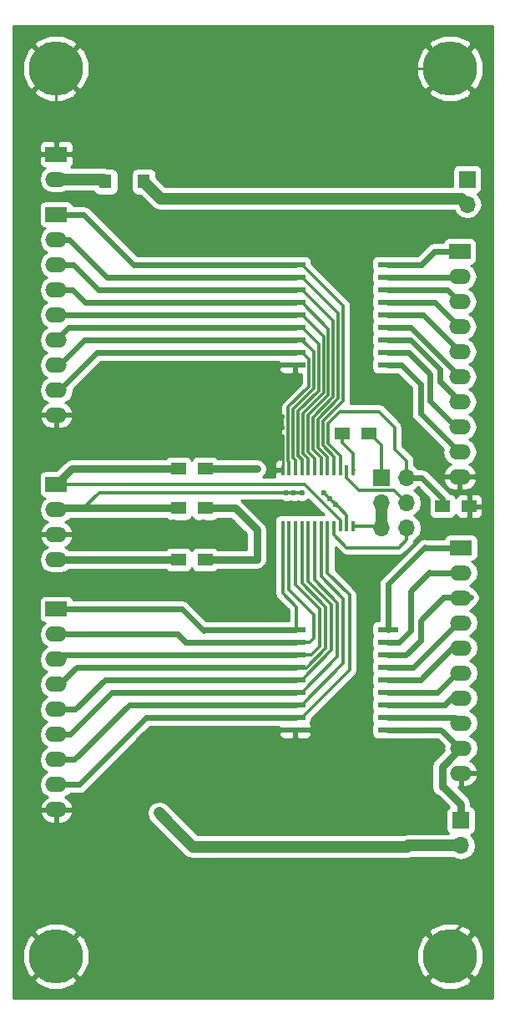
<source format=gbr>
G04 #@! TF.FileFunction,Copper,L1,Top,Signal*
%FSLAX46Y46*%
G04 Gerber Fmt 4.6, Leading zero omitted, Abs format (unit mm)*
G04 Created by KiCad (PCBNEW 4.0.7) date 12/28/17 14:23:17*
%MOMM*%
%LPD*%
G01*
G04 APERTURE LIST*
%ADD10C,0.100000*%
%ADD11R,2.197100X1.524000*%
%ADD12O,2.197100X1.524000*%
%ADD13R,1.500000X1.300000*%
%ADD14R,2.000000X0.600000*%
%ADD15C,5.500000*%
%ADD16R,1.700000X1.700000*%
%ADD17O,1.700000X1.700000*%
%ADD18R,0.400000X1.100000*%
%ADD19R,1.270000X1.470000*%
%ADD20C,0.600000*%
%ADD21C,0.250000*%
%ADD22C,0.800000*%
%ADD23C,0.300000*%
%ADD24C,0.600000*%
%ADD25C,1.200000*%
%ADD26C,0.254000*%
G04 APERTURE END LIST*
D10*
D11*
X95076200Y-48730000D03*
D12*
X95076200Y-51270000D03*
X136000000Y-78890000D03*
X136000000Y-76350000D03*
X136000000Y-73810000D03*
X136000000Y-68730000D03*
X136000000Y-66190000D03*
X136000000Y-63650000D03*
X136000000Y-81430000D03*
X136000000Y-71270000D03*
D11*
X136000000Y-58570000D03*
D12*
X136000000Y-61110000D03*
X136100000Y-108920000D03*
X136100000Y-106380000D03*
X136100000Y-103840000D03*
X136100000Y-98760000D03*
X136100000Y-96220000D03*
X136100000Y-93680000D03*
X136100000Y-111460000D03*
X136100000Y-101300000D03*
D11*
X136100000Y-88600000D03*
D12*
X136100000Y-91140000D03*
D13*
X134250000Y-84400000D03*
X136950000Y-84400000D03*
D14*
X119300000Y-59920000D03*
X119300000Y-61190000D03*
X119300000Y-62460000D03*
X119300000Y-63730000D03*
X119300000Y-65000000D03*
X119300000Y-66270000D03*
X119300000Y-67540000D03*
X119300000Y-68810000D03*
X119300000Y-70080000D03*
X128700000Y-70080000D03*
X128700000Y-68810000D03*
X128700000Y-67540000D03*
X128700000Y-66270000D03*
X128700000Y-65000000D03*
X128700000Y-63730000D03*
X128700000Y-62460000D03*
X128700000Y-61190000D03*
X128700000Y-59920000D03*
X119300000Y-96920000D03*
X119300000Y-98190000D03*
X119300000Y-99460000D03*
X119300000Y-100730000D03*
X119300000Y-102000000D03*
X119300000Y-103270000D03*
X119300000Y-104540000D03*
X119300000Y-105810000D03*
X119300000Y-107080000D03*
X128700000Y-107080000D03*
X128700000Y-105810000D03*
X128700000Y-104540000D03*
X128700000Y-103270000D03*
X128700000Y-102000000D03*
X128700000Y-100730000D03*
X128700000Y-99460000D03*
X128700000Y-98190000D03*
X128700000Y-96920000D03*
D15*
X95000000Y-40000000D03*
X95000000Y-130000000D03*
X135000000Y-130000000D03*
X135000000Y-40000000D03*
D12*
X95076200Y-72620000D03*
X95076200Y-70080000D03*
X95076200Y-65000000D03*
X95076200Y-62460000D03*
X95076200Y-59920000D03*
X95076200Y-75160000D03*
X95076200Y-67540000D03*
D11*
X95076200Y-54840000D03*
D12*
X95076200Y-57380000D03*
X95076200Y-112620000D03*
X95076200Y-110080000D03*
X95076200Y-105000000D03*
X95076200Y-102460000D03*
X95076200Y-99920000D03*
X95076200Y-115160000D03*
X95076200Y-107540000D03*
D11*
X95076200Y-94840000D03*
D12*
X95076200Y-97380000D03*
X95076200Y-89810000D03*
X95076200Y-87270000D03*
D11*
X95076200Y-82190000D03*
D12*
X95076200Y-84730000D03*
D16*
X136100000Y-116250000D03*
D17*
X136100000Y-118790000D03*
D16*
X136750000Y-51250000D03*
D17*
X136750000Y-53790000D03*
D18*
X125175000Y-80750000D03*
X124525000Y-80750000D03*
X123875000Y-80750000D03*
X123225000Y-80750000D03*
X122575000Y-80750000D03*
X121925000Y-80750000D03*
X121275000Y-80750000D03*
X120625000Y-80750000D03*
X119975000Y-80750000D03*
X119325000Y-80750000D03*
X118675000Y-80750000D03*
X118025000Y-80750000D03*
X118025000Y-86450000D03*
X118675000Y-86450000D03*
X119325000Y-86450000D03*
X119975000Y-86450000D03*
X120625000Y-86450000D03*
X121275000Y-86450000D03*
X121925000Y-86450000D03*
X122575000Y-86450000D03*
X123225000Y-86450000D03*
X123875000Y-86450000D03*
X124525000Y-86450000D03*
X125175000Y-86450000D03*
D16*
X128060000Y-81520000D03*
D17*
X130600000Y-81520000D03*
X128060000Y-84060000D03*
X130600000Y-84060000D03*
X128060000Y-86600000D03*
X130600000Y-86600000D03*
D19*
X103935000Y-51500000D03*
X100065000Y-51500000D03*
D13*
X110150000Y-89800000D03*
X107450000Y-89800000D03*
X107450000Y-80600000D03*
X110150000Y-80600000D03*
X110150000Y-84600000D03*
X107450000Y-84600000D03*
X126750000Y-77000000D03*
X124050000Y-77000000D03*
D20*
X117949908Y-75352132D03*
X117949908Y-77400000D03*
X117949908Y-76400000D03*
X130050010Y-75800000D03*
X130050010Y-73005551D03*
X139000000Y-89000000D03*
X139000000Y-124000000D03*
X139000000Y-119000000D03*
X139000000Y-114000000D03*
X139000000Y-109000000D03*
X139000000Y-104000000D03*
X139000000Y-99000000D03*
X139000000Y-94000000D03*
X139000000Y-80000000D03*
X139000000Y-75000000D03*
X139000000Y-70000000D03*
X139000000Y-65000000D03*
X139000000Y-60000000D03*
X139000000Y-55000000D03*
X139000000Y-50000000D03*
X138000000Y-46000000D03*
X95000000Y-125000000D03*
X95000000Y-120000000D03*
X92000000Y-43000000D03*
X92000000Y-48000000D03*
X92000000Y-53000000D03*
X92000000Y-58000000D03*
X92000000Y-63000000D03*
X92000000Y-68000000D03*
X92000000Y-73000000D03*
X92000000Y-78000000D03*
X92000000Y-83000000D03*
X92000000Y-88000000D03*
X92000000Y-93000000D03*
X92000000Y-98000000D03*
X92000000Y-103000000D03*
X92000000Y-108000000D03*
X92000000Y-113000000D03*
X92000000Y-118000000D03*
X113000000Y-92000000D03*
X110000000Y-92000000D03*
X107000000Y-92000000D03*
X102000000Y-92000000D03*
X99000000Y-92000000D03*
X95000000Y-92000000D03*
X113000000Y-86000000D03*
X110000000Y-86000000D03*
X107000000Y-86000000D03*
X102000000Y-86000000D03*
X99000000Y-86000000D03*
X113000000Y-79000000D03*
X110000000Y-79000000D03*
X107000000Y-79000000D03*
X102000000Y-79000000D03*
X99000000Y-79000000D03*
X96000000Y-79000000D03*
X133000000Y-80000000D03*
X131000000Y-78000000D03*
X127000000Y-72000000D03*
X129500000Y-56500000D03*
X126500000Y-56500000D03*
X123500000Y-56500000D03*
X126500000Y-60000000D03*
X126500000Y-62500000D03*
X126500000Y-65000000D03*
X126500000Y-67500000D03*
X126500000Y-70000000D03*
X126200000Y-102000000D03*
X126200000Y-100800000D03*
X126200000Y-99600000D03*
X126200000Y-98400000D03*
X126200000Y-97000000D03*
X138750000Y-86000000D03*
X138750000Y-84750000D03*
X138750000Y-83500000D03*
X95000000Y-45000000D03*
X100000000Y-40000000D03*
X105000000Y-40000000D03*
X110000000Y-40000000D03*
X130000000Y-40000000D03*
X125000000Y-40000000D03*
X120000000Y-40000000D03*
X115000000Y-40000000D03*
X125000000Y-130000000D03*
X120000000Y-130000000D03*
X115000000Y-130000000D03*
X110000000Y-130000000D03*
X105000000Y-130000000D03*
X100000000Y-130000000D03*
X109000000Y-111000000D03*
X113000000Y-111000000D03*
X117000000Y-111000000D03*
X121000000Y-111000000D03*
X125000000Y-111000000D03*
X129000000Y-111000000D03*
X133000000Y-111000000D03*
X118400000Y-83000000D03*
X119200000Y-83000000D03*
X120000010Y-82999990D03*
X122200000Y-82999990D03*
X122800000Y-83600002D03*
X123400000Y-84200006D03*
X110200000Y-53200000D03*
X108500000Y-53200000D03*
X106500000Y-53200000D03*
X107500000Y-117500000D03*
X106500000Y-116500000D03*
X105500000Y-115500000D03*
X108500000Y-118500000D03*
X115400000Y-80600000D03*
X113600000Y-89800000D03*
X112000000Y-89800000D03*
X115400000Y-89800000D03*
D21*
X131000000Y-78000000D02*
X131000000Y-76800000D01*
X131000000Y-76800000D02*
X130050010Y-75850010D01*
X130050010Y-75850010D02*
X130050010Y-75800000D01*
X117949908Y-76400000D02*
X117949908Y-75352132D01*
X118025000Y-77475092D02*
X117949908Y-77400000D01*
X118025000Y-80750000D02*
X118025000Y-77475092D01*
X130050010Y-72581287D02*
X130050010Y-73005551D01*
X129468723Y-72000000D02*
X130050010Y-72581287D01*
X127000000Y-72000000D02*
X129468723Y-72000000D01*
X138750000Y-86000000D02*
X138750000Y-88750000D01*
X138750000Y-88750000D02*
X139000000Y-89000000D01*
X139000000Y-124000000D02*
X135000000Y-128000000D01*
X139000000Y-114000000D02*
X139000000Y-119000000D01*
X139000000Y-104000000D02*
X139000000Y-109000000D01*
X139000000Y-94000000D02*
X139000000Y-99000000D01*
X135000000Y-128000000D02*
X135000000Y-130000000D01*
X139000000Y-75000000D02*
X139000000Y-80000000D01*
X139000000Y-65000000D02*
X139000000Y-70000000D01*
X139000000Y-55000000D02*
X139000000Y-60000000D01*
X139000000Y-47000000D02*
X139000000Y-50000000D01*
X138000000Y-46000000D02*
X139000000Y-47000000D01*
X95000000Y-125000000D02*
X95000000Y-120000000D01*
X92000000Y-48000000D02*
X92000000Y-43000000D01*
X92000000Y-58000000D02*
X92000000Y-53000000D01*
X92000000Y-68000000D02*
X92000000Y-63000000D01*
X92000000Y-78000000D02*
X92000000Y-73000000D01*
X92000000Y-88000000D02*
X92000000Y-83000000D01*
X92000000Y-98000000D02*
X92000000Y-93000000D01*
X92000000Y-108000000D02*
X92000000Y-103000000D01*
X92000000Y-118000000D02*
X92000000Y-113000000D01*
X110000000Y-92000000D02*
X113000000Y-92000000D01*
X102000000Y-92000000D02*
X107000000Y-92000000D01*
X95000000Y-92000000D02*
X99000000Y-92000000D01*
X95076200Y-87270000D02*
X97730000Y-87270000D01*
X110000000Y-86000000D02*
X113000000Y-86000000D01*
X102000000Y-86000000D02*
X107000000Y-86000000D01*
X97730000Y-87270000D02*
X99000000Y-86000000D01*
X110000000Y-79000000D02*
X113000000Y-79000000D01*
X102000000Y-79000000D02*
X107000000Y-79000000D01*
X96000000Y-79000000D02*
X99000000Y-79000000D01*
X134430000Y-81430000D02*
X133000000Y-80000000D01*
X136000000Y-81430000D02*
X134430000Y-81430000D01*
X126500000Y-56500000D02*
X129500000Y-56500000D01*
X123500000Y-57000000D02*
X123500000Y-56500000D01*
X126500000Y-60000000D02*
X123500000Y-57000000D01*
X126500000Y-65000000D02*
X126500000Y-62500000D01*
X126500000Y-70000000D02*
X126500000Y-67500000D01*
X126200000Y-99600000D02*
X126200000Y-100800000D01*
X126200000Y-97000000D02*
X126200000Y-98400000D01*
X138750000Y-86000000D02*
X138750000Y-84750000D01*
X95000000Y-40000000D02*
X95000000Y-45000000D01*
X100000000Y-40000000D02*
X105000000Y-40000000D01*
X110000000Y-40000000D02*
X115000000Y-40000000D01*
X130000000Y-40000000D02*
X135000000Y-40000000D01*
X120000000Y-40000000D02*
X125000000Y-40000000D01*
X125000000Y-130000000D02*
X120000000Y-130000000D01*
X115000000Y-130000000D02*
X110000000Y-130000000D01*
X105000000Y-130000000D02*
X100000000Y-130000000D01*
X117000000Y-111000000D02*
X113000000Y-111000000D01*
X125000000Y-111000000D02*
X121000000Y-111000000D01*
X133000000Y-111000000D02*
X129000000Y-111000000D01*
D22*
X107450000Y-80600000D02*
X96666200Y-80600000D01*
X96666200Y-80600000D02*
X95076200Y-82190000D01*
D23*
X123875000Y-85837002D02*
X123875000Y-86450000D01*
X95076200Y-82190000D02*
X120227998Y-82190000D01*
X120227998Y-82190000D02*
X123875000Y-85837002D01*
D22*
X107450000Y-84600000D02*
X95206200Y-84600000D01*
X95206200Y-84600000D02*
X95076200Y-84730000D01*
X95306200Y-84500000D02*
X95076200Y-84730000D01*
D23*
X99400000Y-83000000D02*
X97670000Y-84730000D01*
X97670000Y-84730000D02*
X95076200Y-84730000D01*
X118400000Y-83000000D02*
X99400000Y-83000000D01*
X119200000Y-83000000D02*
X118400000Y-83000000D01*
X120000010Y-82999990D02*
X119200010Y-82999990D01*
X119200010Y-82999990D02*
X119200000Y-83000000D01*
X122299999Y-83099999D02*
X122200000Y-83000000D01*
X122200000Y-83000000D02*
X122200000Y-82999990D01*
X122800000Y-83600002D02*
X122299999Y-83099999D01*
X122500001Y-83300003D02*
X122299999Y-83099999D01*
X123400000Y-84200006D02*
X122800000Y-83600006D01*
X123099999Y-83900001D02*
X122800000Y-83600002D01*
X123200000Y-84000000D02*
X123099999Y-83900001D01*
X122800000Y-83600006D02*
X122800000Y-83600002D01*
X123699999Y-84500005D02*
X123400000Y-84200006D01*
X124525000Y-85325006D02*
X123699999Y-84500005D01*
X124525000Y-86450000D02*
X124525000Y-85325006D01*
X124525000Y-80750000D02*
X124525000Y-81525000D01*
X129340000Y-82800000D02*
X130600000Y-84060000D01*
X125800000Y-82800000D02*
X129340000Y-82800000D01*
X124525000Y-81525000D02*
X125800000Y-82800000D01*
X123225000Y-86450000D02*
X123225000Y-87300000D01*
X123225000Y-87300000D02*
X124525000Y-88600000D01*
X124525000Y-88600000D02*
X129800000Y-88600000D01*
X129800000Y-88600000D02*
X130600000Y-87800000D01*
X130600000Y-87800000D02*
X130600000Y-86600000D01*
D24*
X128700000Y-68810000D02*
X130810000Y-68810000D01*
X135600000Y-76350000D02*
X136350000Y-76350000D01*
X130810000Y-68810000D02*
X133000000Y-71000000D01*
X133000000Y-71000000D02*
X133000000Y-73750000D01*
X133000000Y-73750000D02*
X135600000Y-76350000D01*
X128700000Y-67540000D02*
X131040000Y-67540000D01*
X131040000Y-67540000D02*
X134000000Y-70500000D01*
X134000000Y-70500000D02*
X134000000Y-71750000D01*
X134000000Y-71750000D02*
X136060000Y-73810000D01*
X128700000Y-65000000D02*
X132250000Y-65000000D01*
X132250000Y-65000000D02*
X135980000Y-68730000D01*
X128700000Y-63730000D02*
X133480000Y-63730000D01*
X133480000Y-63730000D02*
X135940000Y-66190000D01*
X128700000Y-62460000D02*
X134710000Y-62460000D01*
X134710000Y-62460000D02*
X135900000Y-63650000D01*
X128700000Y-66270000D02*
X131020000Y-66270000D01*
X131020000Y-66270000D02*
X136020000Y-71270000D01*
X133430000Y-58570000D02*
X136000000Y-58570000D01*
X128700000Y-59920000D02*
X132080000Y-59920000D01*
X132080000Y-59920000D02*
X133430000Y-58570000D01*
X128700000Y-61190000D02*
X135920000Y-61190000D01*
X135920000Y-61190000D02*
X136000000Y-61110000D01*
X128700000Y-105810000D02*
X135530000Y-105810000D01*
X135530000Y-105810000D02*
X136100000Y-106380000D01*
X136100000Y-103840000D02*
X135220000Y-103840000D01*
X135220000Y-103840000D02*
X135190000Y-103810000D01*
X134460000Y-104540000D02*
X128700000Y-104540000D01*
X135190000Y-103810000D02*
X134460000Y-104540000D01*
X136100000Y-98760000D02*
X135240000Y-98760000D01*
X135240000Y-98760000D02*
X135100000Y-98900000D01*
X132000000Y-102000000D02*
X128700000Y-102000000D01*
X135270000Y-98730000D02*
X132000000Y-102000000D01*
X136100000Y-96220000D02*
X135780000Y-96220000D01*
X135780000Y-96220000D02*
X135300000Y-96700000D01*
X131270000Y-100730000D02*
X128700000Y-100730000D01*
X135810000Y-96190000D02*
X131270000Y-100730000D01*
X137076200Y-93650000D02*
X134350000Y-93650000D01*
X130540000Y-99460000D02*
X128700000Y-99460000D01*
X132000000Y-98000000D02*
X130540000Y-99460000D01*
X132000000Y-96000000D02*
X132000000Y-98000000D01*
X134350000Y-93650000D02*
X132000000Y-96000000D01*
X136100000Y-101300000D02*
X135700000Y-101300000D01*
X135700000Y-101300000D02*
X135200000Y-101800000D01*
X133730000Y-103270000D02*
X128700000Y-103270000D01*
X135730000Y-101270000D02*
X133730000Y-103270000D01*
X132430000Y-88570000D02*
X132460000Y-88600000D01*
X132460000Y-88600000D02*
X136100000Y-88600000D01*
X128700000Y-92300000D02*
X128700000Y-96920000D01*
X132430000Y-88570000D02*
X128700000Y-92300000D01*
X132890000Y-91110000D02*
X132920000Y-91140000D01*
X132920000Y-91140000D02*
X136100000Y-91140000D01*
X129810000Y-98190000D02*
X128700000Y-98190000D01*
X131000000Y-97000000D02*
X129810000Y-98190000D01*
X131000000Y-93000000D02*
X131000000Y-97000000D01*
X132890000Y-91110000D02*
X131000000Y-93000000D01*
D23*
X122099989Y-75792889D02*
X122099989Y-78239233D01*
X123225000Y-79900000D02*
X123225000Y-80750000D01*
X123225000Y-79364244D02*
X123225000Y-79900000D01*
X124174978Y-73717900D02*
X122099989Y-75792889D01*
X122099989Y-78239233D02*
X123225000Y-79364244D01*
X124174978Y-64094978D02*
X124174978Y-73717900D01*
X120000000Y-59920000D02*
X124174978Y-64094978D01*
X119300000Y-59920000D02*
X120000000Y-59920000D01*
D24*
X97840000Y-54840000D02*
X95076200Y-54840000D01*
X119300000Y-59920000D02*
X102920000Y-59920000D01*
X102920000Y-59920000D02*
X97840000Y-54840000D01*
D23*
X119300000Y-61190000D02*
X120000000Y-61190000D01*
X122575000Y-79421366D02*
X122575000Y-79900000D01*
X121599979Y-78446345D02*
X122575000Y-79421366D01*
X121599978Y-75585778D02*
X121599979Y-78446345D01*
X123674967Y-73510789D02*
X121599978Y-75585778D01*
X123674967Y-64864967D02*
X123674967Y-73510789D01*
X120000000Y-61190000D02*
X123674967Y-64864967D01*
X122575000Y-79900000D02*
X122575000Y-80750000D01*
D24*
X96380000Y-57380000D02*
X95076200Y-57380000D01*
X119300000Y-61190000D02*
X100190000Y-61190000D01*
X100190000Y-61190000D02*
X96380000Y-57380000D01*
D23*
X123174956Y-73303678D02*
X121099968Y-75378668D01*
X119300000Y-62460000D02*
X120000000Y-62460000D01*
X120000000Y-62460000D02*
X123174956Y-65634956D01*
X121925000Y-79900000D02*
X121925000Y-80750000D01*
X121925000Y-79478488D02*
X121925000Y-79900000D01*
X121099969Y-78653457D02*
X121925000Y-79478488D01*
X121099968Y-75378668D02*
X121099969Y-78653457D01*
X123174956Y-65634956D02*
X123174956Y-73303678D01*
D24*
X96820000Y-59920000D02*
X95076200Y-59920000D01*
X119300000Y-62460000D02*
X99360000Y-62460000D01*
X99360000Y-62460000D02*
X96820000Y-59920000D01*
D23*
X121275000Y-79535610D02*
X121275000Y-79900000D01*
X120599959Y-78860569D02*
X121275000Y-79535610D01*
X120599958Y-75171558D02*
X120599959Y-78860569D01*
X122674945Y-66404945D02*
X122674945Y-73096569D01*
X120000000Y-63730000D02*
X122674945Y-66404945D01*
X119300000Y-63730000D02*
X120000000Y-63730000D01*
X122674945Y-73096569D02*
X120599958Y-75171558D01*
X121275000Y-79900000D02*
X121275000Y-80750000D01*
D24*
X96760000Y-62460000D02*
X95076200Y-62460000D01*
X119300000Y-63730000D02*
X98030000Y-63730000D01*
X98030000Y-63730000D02*
X96760000Y-62460000D01*
D23*
X122174934Y-67174934D02*
X122174934Y-72889460D01*
X120625000Y-79592732D02*
X120625000Y-79900000D01*
X120000000Y-65000000D02*
X122174934Y-67174934D01*
X120099949Y-79067681D02*
X120625000Y-79592732D01*
X122174934Y-72889460D02*
X120099948Y-74964448D01*
X119300000Y-65000000D02*
X120000000Y-65000000D01*
X120625000Y-79900000D02*
X120625000Y-80750000D01*
X120099948Y-74964448D02*
X120099949Y-79067681D01*
D24*
X119300000Y-65000000D02*
X95076200Y-65000000D01*
D23*
X120000000Y-66270000D02*
X121674923Y-67944923D01*
X119975000Y-79649854D02*
X119975000Y-79900000D01*
X119599939Y-79274793D02*
X119975000Y-79649854D01*
X119599938Y-74757338D02*
X119599939Y-79274793D01*
X119300000Y-66270000D02*
X120000000Y-66270000D01*
X121674923Y-72682351D02*
X119599938Y-74757338D01*
X121674923Y-67944923D02*
X121674923Y-72682351D01*
X119975000Y-79900000D02*
X119975000Y-80750000D01*
D24*
X114000000Y-66270000D02*
X96346200Y-66270000D01*
X96346200Y-66270000D02*
X95076200Y-67540000D01*
X119300000Y-66270000D02*
X114000000Y-66270000D01*
D23*
X119325000Y-79900000D02*
X119325000Y-80750000D01*
X119325000Y-79706976D02*
X119325000Y-79900000D01*
X119099929Y-79481905D02*
X119325000Y-79706976D01*
X119099928Y-74550228D02*
X119099929Y-79481905D01*
X121174912Y-68714912D02*
X121174912Y-72475242D01*
X120000000Y-67540000D02*
X121174912Y-68714912D01*
X121174912Y-72475242D02*
X119099928Y-74550228D01*
X120000000Y-67540000D02*
X120476439Y-68016439D01*
X119300000Y-67540000D02*
X120000000Y-67540000D01*
D24*
X113000000Y-67540000D02*
X97952750Y-67540000D01*
X97952750Y-67540000D02*
X95412750Y-70080000D01*
X95412750Y-70080000D02*
X95076200Y-70080000D01*
X113000000Y-67540000D02*
X119300000Y-67540000D01*
D23*
X118675000Y-79900000D02*
X118675000Y-80750000D01*
X120674901Y-69484901D02*
X120674901Y-72268133D01*
X120674901Y-72268133D02*
X118599918Y-74343117D01*
X118599918Y-74343117D02*
X118599918Y-79824918D01*
X119300000Y-68810000D02*
X120000000Y-68810000D01*
X118599918Y-79824918D02*
X118675000Y-79900000D01*
X120000000Y-68810000D02*
X120674901Y-69484901D01*
D24*
X99190000Y-68810000D02*
X99190000Y-68842750D01*
X99190000Y-68842750D02*
X95412750Y-72620000D01*
X95412750Y-72620000D02*
X95076200Y-72620000D01*
X111310000Y-68810000D02*
X106400000Y-68810000D01*
X106400000Y-68810000D02*
X99190000Y-68810000D01*
X119300000Y-68810000D02*
X111310000Y-68810000D01*
D23*
X119300000Y-105810000D02*
X120000000Y-105810000D01*
X120000000Y-105810000D02*
X124800000Y-101010000D01*
X124800000Y-101010000D02*
X124800000Y-93400000D01*
X122575000Y-91175000D02*
X122575000Y-86450000D01*
X124800000Y-93400000D02*
X122575000Y-91175000D01*
D24*
X97380000Y-112620000D02*
X95076200Y-112620000D01*
X119300000Y-105810000D02*
X104190000Y-105810000D01*
X104190000Y-105810000D02*
X97380000Y-112620000D01*
D23*
X119300000Y-104540000D02*
X120000000Y-104540000D01*
X120000000Y-104540000D02*
X124200000Y-100340000D01*
X124200000Y-100340000D02*
X124200000Y-93800000D01*
X124200000Y-93800000D02*
X121925000Y-91525000D01*
X121925000Y-91525000D02*
X121925000Y-86450000D01*
D24*
X96920000Y-110080000D02*
X95076200Y-110080000D01*
X119300000Y-104540000D02*
X102460000Y-104540000D01*
X102460000Y-104540000D02*
X96920000Y-110080000D01*
D23*
X119300000Y-102000000D02*
X120000000Y-102000000D01*
X120625000Y-87300000D02*
X120625000Y-86450000D01*
X120000000Y-102000000D02*
X123000000Y-99000000D01*
X123000000Y-99000000D02*
X123000000Y-94400000D01*
X123000000Y-94400000D02*
X120625000Y-92025000D01*
X120625000Y-92025000D02*
X120625000Y-87300000D01*
D24*
X97000000Y-105000000D02*
X95076200Y-105000000D01*
X119300000Y-102000000D02*
X100000000Y-102000000D01*
X100000000Y-102000000D02*
X97000000Y-105000000D01*
D23*
X119300000Y-100730000D02*
X118930000Y-100730000D01*
X118930000Y-100730000D02*
X119000000Y-100800000D01*
X119000000Y-100800000D02*
X120400000Y-100800000D01*
X119975000Y-87300000D02*
X119975000Y-86450000D01*
X120400000Y-100800000D02*
X122400000Y-98800000D01*
X122400000Y-98800000D02*
X122400000Y-94600000D01*
X122400000Y-94600000D02*
X119975000Y-92175000D01*
X119975000Y-92175000D02*
X119975000Y-87300000D01*
D24*
X113750000Y-100750000D02*
X97122750Y-100750000D01*
X95412750Y-102460000D02*
X95076200Y-102460000D01*
X97122750Y-100750000D02*
X95412750Y-102460000D01*
X119300000Y-100730000D02*
X114000000Y-100730000D01*
X114000000Y-100730000D02*
X113770000Y-100730000D01*
X113770000Y-100730000D02*
X113750000Y-100750000D01*
D23*
X119300000Y-99460000D02*
X120940000Y-99460000D01*
X119325000Y-87300000D02*
X119325000Y-86450000D01*
X120940000Y-99460000D02*
X121800000Y-98600000D01*
X121800000Y-98600000D02*
X121800000Y-94800000D01*
X121800000Y-94800000D02*
X119325000Y-92325000D01*
X119325000Y-92325000D02*
X119325000Y-87300000D01*
D24*
X112500000Y-99500000D02*
X95496200Y-99500000D01*
X95496200Y-99500000D02*
X95076200Y-99920000D01*
X119300000Y-99460000D02*
X112540000Y-99460000D01*
X112540000Y-99460000D02*
X112500000Y-99500000D01*
D23*
X119300000Y-103270000D02*
X120000000Y-103270000D01*
X120000000Y-103270000D02*
X123600000Y-99670000D01*
X123600000Y-99670000D02*
X123600000Y-94200000D01*
X123600000Y-94200000D02*
X121275000Y-91875000D01*
X121275000Y-91875000D02*
X121275000Y-86450000D01*
D24*
X96460000Y-107540000D02*
X95076200Y-107540000D01*
X119300000Y-103270000D02*
X100730000Y-103270000D01*
X100730000Y-103270000D02*
X96460000Y-107540000D01*
D23*
X119300000Y-96920000D02*
X119400000Y-96820000D01*
X119400000Y-96820000D02*
X119400000Y-94600000D01*
X119400000Y-94600000D02*
X118025000Y-93225000D01*
X118025000Y-93225000D02*
X118025000Y-87300000D01*
X118025000Y-87300000D02*
X118025000Y-86450000D01*
D24*
X107840000Y-94840000D02*
X95076200Y-94840000D01*
X107840000Y-94840000D02*
X110000000Y-97000000D01*
X119300000Y-96920000D02*
X110080000Y-96920000D01*
X110080000Y-96920000D02*
X110000000Y-97000000D01*
D23*
X119300000Y-98190000D02*
X120810000Y-98190000D01*
X120810000Y-98190000D02*
X121200000Y-97800000D01*
X118675000Y-92875000D02*
X118675000Y-87300000D01*
X121200000Y-97800000D02*
X121200000Y-95400000D01*
X121200000Y-95400000D02*
X118675000Y-92875000D01*
X118675000Y-87300000D02*
X118675000Y-86450000D01*
D24*
X107380000Y-97380000D02*
X95076200Y-97380000D01*
X111310000Y-98190000D02*
X108190000Y-98190000D01*
X108190000Y-98190000D02*
X107380000Y-97380000D01*
X119300000Y-98190000D02*
X111310000Y-98190000D01*
X128700000Y-70080000D02*
X130080000Y-70080000D01*
X130080000Y-70080000D02*
X132000000Y-72000000D01*
X132000000Y-72000000D02*
X132000000Y-75000000D01*
X132000000Y-75000000D02*
X135890000Y-78890000D01*
D22*
X134200000Y-112853800D02*
X134353800Y-112853800D01*
X134353800Y-112853800D02*
X136100000Y-114600000D01*
X136100000Y-114600000D02*
X136100000Y-116250000D01*
X136110000Y-108890000D02*
X134200000Y-110800000D01*
X134200000Y-110800000D02*
X134200000Y-112853800D01*
D24*
X128700000Y-107080000D02*
X134080000Y-107080000D01*
X134080000Y-107080000D02*
X135890000Y-108890000D01*
D23*
X123875000Y-80750000D02*
X123875000Y-79307122D01*
X123875000Y-79307122D02*
X122600000Y-78032122D01*
X122600000Y-78032122D02*
X122600000Y-76000000D01*
X127800000Y-74800000D02*
X129400000Y-76400000D01*
X130600000Y-79800000D02*
X130600000Y-81520000D01*
X122600000Y-76000000D02*
X123800000Y-74800000D01*
X123800000Y-74800000D02*
X127800000Y-74800000D01*
X129400000Y-76400000D02*
X129400000Y-78600000D01*
X129400000Y-78600000D02*
X130600000Y-79800000D01*
D24*
X134250000Y-84400000D02*
X134250000Y-83650000D01*
X132120000Y-81520000D02*
X130600000Y-81520000D01*
X134250000Y-83650000D02*
X132120000Y-81520000D01*
D25*
X95076200Y-51270000D02*
X99835000Y-51270000D01*
X99835000Y-51270000D02*
X100065000Y-51500000D01*
D22*
X107450000Y-89800000D02*
X95086200Y-89800000D01*
X95086200Y-89800000D02*
X95076200Y-89810000D01*
D25*
X95266200Y-90000000D02*
X95076200Y-89810000D01*
X95266200Y-90000000D02*
X95076200Y-89810000D01*
D23*
X125175000Y-80750000D02*
X125250000Y-80750000D01*
X124050000Y-77000000D02*
X124050000Y-77950000D01*
X124050000Y-77950000D02*
X125175000Y-79075000D01*
X125175000Y-79075000D02*
X125175000Y-79900000D01*
X125175000Y-79900000D02*
X125175000Y-80750000D01*
D25*
X108500000Y-53200000D02*
X136160000Y-53200000D01*
X136160000Y-53200000D02*
X136750000Y-53790000D01*
X108500000Y-53200000D02*
X106500000Y-53200000D01*
X106500000Y-53200000D02*
X105635000Y-53200000D01*
X105635000Y-53200000D02*
X103935000Y-51500000D01*
D22*
X103680000Y-51270000D02*
X103700000Y-51250000D01*
D25*
X130646200Y-118900000D02*
X130756200Y-118790000D01*
X130756200Y-118790000D02*
X136100000Y-118790000D01*
X108900000Y-118900000D02*
X130646200Y-118900000D01*
X108500000Y-118500000D02*
X108900000Y-118900000D01*
X108500000Y-118500000D02*
X107500000Y-117500000D01*
X106500000Y-116500000D02*
X105500000Y-115500000D01*
X107500000Y-117500000D02*
X106500000Y-116500000D01*
D22*
X110150000Y-80600000D02*
X115400000Y-80600000D01*
X110150000Y-84600000D02*
X113200000Y-84600000D01*
X115400000Y-86800000D02*
X115400000Y-89800000D01*
X113200000Y-84600000D02*
X115400000Y-86800000D01*
D23*
X128060000Y-81520000D02*
X128060000Y-78210000D01*
X128060000Y-78210000D02*
X126850000Y-77000000D01*
X126750000Y-77000000D02*
X126850000Y-77000000D01*
D24*
X128000000Y-81460000D02*
X128060000Y-81520000D01*
D22*
X112000000Y-89800000D02*
X113600000Y-89800000D01*
X110150000Y-89800000D02*
X112000000Y-89800000D01*
X113600000Y-89800000D02*
X115400000Y-89800000D01*
D23*
X125175000Y-86450000D02*
X127910000Y-86450000D01*
X127910000Y-86450000D02*
X128060000Y-86600000D01*
D25*
X128060000Y-84060000D02*
X128060000Y-86600000D01*
D26*
G36*
X139290000Y-134290000D02*
X90710000Y-134290000D01*
X90710000Y-132416266D01*
X92763339Y-132416266D01*
X93075487Y-132864932D01*
X94318343Y-133383331D01*
X95664976Y-133386648D01*
X96910371Y-132874380D01*
X96924513Y-132864932D01*
X97236661Y-132416266D01*
X132763339Y-132416266D01*
X133075487Y-132864932D01*
X134318343Y-133383331D01*
X135664976Y-133386648D01*
X136910371Y-132874380D01*
X136924513Y-132864932D01*
X137236661Y-132416266D01*
X135000000Y-130179605D01*
X132763339Y-132416266D01*
X97236661Y-132416266D01*
X95000000Y-130179605D01*
X92763339Y-132416266D01*
X90710000Y-132416266D01*
X90710000Y-130664976D01*
X91613352Y-130664976D01*
X92125620Y-131910371D01*
X92135068Y-131924513D01*
X92583734Y-132236661D01*
X94820395Y-130000000D01*
X95179605Y-130000000D01*
X97416266Y-132236661D01*
X97864932Y-131924513D01*
X98383331Y-130681657D01*
X98383372Y-130664976D01*
X131613352Y-130664976D01*
X132125620Y-131910371D01*
X132135068Y-131924513D01*
X132583734Y-132236661D01*
X134820395Y-130000000D01*
X135179605Y-130000000D01*
X137416266Y-132236661D01*
X137864932Y-131924513D01*
X138383331Y-130681657D01*
X138386648Y-129335024D01*
X137874380Y-128089629D01*
X137864932Y-128075487D01*
X137416266Y-127763339D01*
X135179605Y-130000000D01*
X134820395Y-130000000D01*
X132583734Y-127763339D01*
X132135068Y-128075487D01*
X131616669Y-129318343D01*
X131613352Y-130664976D01*
X98383372Y-130664976D01*
X98386648Y-129335024D01*
X97874380Y-128089629D01*
X97864932Y-128075487D01*
X97416266Y-127763339D01*
X95179605Y-130000000D01*
X94820395Y-130000000D01*
X92583734Y-127763339D01*
X92135068Y-128075487D01*
X91616669Y-129318343D01*
X91613352Y-130664976D01*
X90710000Y-130664976D01*
X90710000Y-127583734D01*
X92763339Y-127583734D01*
X95000000Y-129820395D01*
X97236661Y-127583734D01*
X132763339Y-127583734D01*
X135000000Y-129820395D01*
X137236661Y-127583734D01*
X136924513Y-127135068D01*
X135681657Y-126616669D01*
X134335024Y-126613352D01*
X133089629Y-127125620D01*
X133075487Y-127135068D01*
X132763339Y-127583734D01*
X97236661Y-127583734D01*
X96924513Y-127135068D01*
X95681657Y-126616669D01*
X94335024Y-126613352D01*
X93089629Y-127125620D01*
X93075487Y-127135068D01*
X92763339Y-127583734D01*
X90710000Y-127583734D01*
X90710000Y-115503070D01*
X93385430Y-115503070D01*
X93400390Y-115577277D01*
X93662020Y-116058026D01*
X94087709Y-116402059D01*
X94612650Y-116557000D01*
X94949200Y-116557000D01*
X94949200Y-115287000D01*
X95203200Y-115287000D01*
X95203200Y-116557000D01*
X95539750Y-116557000D01*
X96064691Y-116402059D01*
X96490380Y-116058026D01*
X96752010Y-115577277D01*
X96766970Y-115503070D01*
X96765230Y-115500000D01*
X104265000Y-115500000D01*
X104359009Y-115972614D01*
X104626723Y-116373277D01*
X108026723Y-119773277D01*
X108427386Y-120040991D01*
X108900000Y-120135000D01*
X130646200Y-120135000D01*
X131118814Y-120040991D01*
X131142746Y-120025000D01*
X135297645Y-120025000D01*
X135502622Y-120161961D01*
X136070907Y-120275000D01*
X136129093Y-120275000D01*
X136697378Y-120161961D01*
X137179147Y-119840054D01*
X137501054Y-119358285D01*
X137614093Y-118790000D01*
X137501054Y-118221715D01*
X137179147Y-117739946D01*
X137137548Y-117712150D01*
X137185317Y-117703162D01*
X137401441Y-117564090D01*
X137546431Y-117351890D01*
X137597440Y-117100000D01*
X137597440Y-115400000D01*
X137553162Y-115164683D01*
X137414090Y-114948559D01*
X137201890Y-114803569D01*
X137135000Y-114790023D01*
X137135000Y-114600005D01*
X137135001Y-114600000D01*
X137056215Y-114203923D01*
X136831856Y-113868144D01*
X136831853Y-113868142D01*
X135820712Y-112857000D01*
X135973000Y-112857000D01*
X135973000Y-111587000D01*
X136227000Y-111587000D01*
X136227000Y-112857000D01*
X136563550Y-112857000D01*
X137088491Y-112702059D01*
X137514180Y-112358026D01*
X137775810Y-111877277D01*
X137790770Y-111803070D01*
X137668270Y-111587000D01*
X136227000Y-111587000D01*
X135973000Y-111587000D01*
X135953000Y-111587000D01*
X135953000Y-111333000D01*
X135973000Y-111333000D01*
X135973000Y-111313000D01*
X136227000Y-111313000D01*
X136227000Y-111333000D01*
X137668270Y-111333000D01*
X137790770Y-111116930D01*
X137775810Y-111042723D01*
X137514180Y-110561974D01*
X137088491Y-110217941D01*
X137023107Y-110198642D01*
X137458340Y-109907828D01*
X137761172Y-109454609D01*
X137867512Y-108920000D01*
X137761172Y-108385391D01*
X137458340Y-107932172D01*
X137036041Y-107650000D01*
X137458340Y-107367828D01*
X137761172Y-106914609D01*
X137867512Y-106380000D01*
X137761172Y-105845391D01*
X137458340Y-105392172D01*
X137036041Y-105110000D01*
X137458340Y-104827828D01*
X137761172Y-104374609D01*
X137867512Y-103840000D01*
X137761172Y-103305391D01*
X137458340Y-102852172D01*
X137036041Y-102570000D01*
X137458340Y-102287828D01*
X137761172Y-101834609D01*
X137867512Y-101300000D01*
X137761172Y-100765391D01*
X137458340Y-100312172D01*
X137036041Y-100030000D01*
X137458340Y-99747828D01*
X137761172Y-99294609D01*
X137867512Y-98760000D01*
X137761172Y-98225391D01*
X137458340Y-97772172D01*
X137036041Y-97490000D01*
X137458340Y-97207828D01*
X137761172Y-96754609D01*
X137867512Y-96220000D01*
X137761172Y-95685391D01*
X137458340Y-95232172D01*
X137036041Y-94950000D01*
X137458340Y-94667828D01*
X137663860Y-94360246D01*
X137737345Y-94311145D01*
X137940027Y-94007809D01*
X138011200Y-93650000D01*
X137940027Y-93292191D01*
X137737345Y-92988855D01*
X137591434Y-92891361D01*
X137458340Y-92692172D01*
X137036041Y-92410000D01*
X137458340Y-92127828D01*
X137761172Y-91674609D01*
X137867512Y-91140000D01*
X137761172Y-90605391D01*
X137458340Y-90152172D01*
X137234581Y-90002660D01*
X137433867Y-89965162D01*
X137649991Y-89826090D01*
X137794981Y-89613890D01*
X137845990Y-89362000D01*
X137845990Y-87838000D01*
X137801712Y-87602683D01*
X137662640Y-87386559D01*
X137450440Y-87241569D01*
X137198550Y-87190560D01*
X135001450Y-87190560D01*
X134766133Y-87234838D01*
X134550009Y-87373910D01*
X134405019Y-87586110D01*
X134389043Y-87665000D01*
X132580822Y-87665000D01*
X132430000Y-87634999D01*
X132167187Y-87687277D01*
X132072191Y-87706173D01*
X131768855Y-87908855D01*
X128038855Y-91638855D01*
X127836173Y-91942191D01*
X127765000Y-92300000D01*
X127765000Y-95972560D01*
X127700000Y-95972560D01*
X127464683Y-96016838D01*
X127248559Y-96155910D01*
X127103569Y-96368110D01*
X127052560Y-96620000D01*
X127052560Y-97220000D01*
X127096838Y-97455317D01*
X127160678Y-97554528D01*
X127103569Y-97638110D01*
X127052560Y-97890000D01*
X127052560Y-98490000D01*
X127096838Y-98725317D01*
X127160678Y-98824528D01*
X127103569Y-98908110D01*
X127052560Y-99160000D01*
X127052560Y-99760000D01*
X127096838Y-99995317D01*
X127160678Y-100094528D01*
X127103569Y-100178110D01*
X127052560Y-100430000D01*
X127052560Y-101030000D01*
X127096838Y-101265317D01*
X127160678Y-101364528D01*
X127103569Y-101448110D01*
X127052560Y-101700000D01*
X127052560Y-102300000D01*
X127096838Y-102535317D01*
X127160678Y-102634528D01*
X127103569Y-102718110D01*
X127052560Y-102970000D01*
X127052560Y-103570000D01*
X127096838Y-103805317D01*
X127160678Y-103904528D01*
X127103569Y-103988110D01*
X127052560Y-104240000D01*
X127052560Y-104840000D01*
X127096838Y-105075317D01*
X127160678Y-105174528D01*
X127103569Y-105258110D01*
X127052560Y-105510000D01*
X127052560Y-106110000D01*
X127096838Y-106345317D01*
X127160678Y-106444528D01*
X127103569Y-106528110D01*
X127052560Y-106780000D01*
X127052560Y-107380000D01*
X127096838Y-107615317D01*
X127235910Y-107831441D01*
X127448110Y-107976431D01*
X127700000Y-108027440D01*
X129700000Y-108027440D01*
X129766113Y-108015000D01*
X133692710Y-108015000D01*
X134376491Y-108698781D01*
X134332488Y-108920000D01*
X134379573Y-109156715D01*
X133468144Y-110068144D01*
X133243785Y-110403923D01*
X133164999Y-110800000D01*
X133165000Y-110800005D01*
X133165000Y-112853800D01*
X133243785Y-113249877D01*
X133468144Y-113585656D01*
X133803923Y-113810015D01*
X133856826Y-113820538D01*
X134904213Y-114867924D01*
X134798559Y-114935910D01*
X134653569Y-115148110D01*
X134602560Y-115400000D01*
X134602560Y-117100000D01*
X134646838Y-117335317D01*
X134785910Y-117551441D01*
X134791119Y-117555000D01*
X130756200Y-117555000D01*
X130283586Y-117649009D01*
X130259654Y-117665000D01*
X109411554Y-117665000D01*
X106373277Y-114626723D01*
X105972614Y-114359009D01*
X105500000Y-114265000D01*
X105027386Y-114359009D01*
X104626723Y-114626723D01*
X104359009Y-115027386D01*
X104265000Y-115500000D01*
X96765230Y-115500000D01*
X96644470Y-115287000D01*
X95203200Y-115287000D01*
X94949200Y-115287000D01*
X93507930Y-115287000D01*
X93385430Y-115503070D01*
X90710000Y-115503070D01*
X90710000Y-75503070D01*
X93385430Y-75503070D01*
X93400390Y-75577277D01*
X93662020Y-76058026D01*
X94087709Y-76402059D01*
X94612650Y-76557000D01*
X94949200Y-76557000D01*
X94949200Y-75287000D01*
X95203200Y-75287000D01*
X95203200Y-76557000D01*
X95539750Y-76557000D01*
X96064691Y-76402059D01*
X96490380Y-76058026D01*
X96752010Y-75577277D01*
X96766970Y-75503070D01*
X96644470Y-75287000D01*
X95203200Y-75287000D01*
X94949200Y-75287000D01*
X93507930Y-75287000D01*
X93385430Y-75503070D01*
X90710000Y-75503070D01*
X90710000Y-57380000D01*
X93308688Y-57380000D01*
X93415028Y-57914609D01*
X93717860Y-58367828D01*
X94140159Y-58650000D01*
X93717860Y-58932172D01*
X93415028Y-59385391D01*
X93308688Y-59920000D01*
X93415028Y-60454609D01*
X93717860Y-60907828D01*
X94140159Y-61190000D01*
X93717860Y-61472172D01*
X93415028Y-61925391D01*
X93308688Y-62460000D01*
X93415028Y-62994609D01*
X93717860Y-63447828D01*
X94140159Y-63730000D01*
X93717860Y-64012172D01*
X93415028Y-64465391D01*
X93308688Y-65000000D01*
X93415028Y-65534609D01*
X93717860Y-65987828D01*
X94140159Y-66270000D01*
X93717860Y-66552172D01*
X93415028Y-67005391D01*
X93308688Y-67540000D01*
X93415028Y-68074609D01*
X93717860Y-68527828D01*
X94140159Y-68810000D01*
X93717860Y-69092172D01*
X93415028Y-69545391D01*
X93308688Y-70080000D01*
X93415028Y-70614609D01*
X93717860Y-71067828D01*
X94140159Y-71350000D01*
X93717860Y-71632172D01*
X93415028Y-72085391D01*
X93308688Y-72620000D01*
X93415028Y-73154609D01*
X93717860Y-73607828D01*
X94153093Y-73898642D01*
X94087709Y-73917941D01*
X93662020Y-74261974D01*
X93400390Y-74742723D01*
X93385430Y-74816930D01*
X93507930Y-75033000D01*
X94949200Y-75033000D01*
X94949200Y-75013000D01*
X95203200Y-75013000D01*
X95203200Y-75033000D01*
X96644470Y-75033000D01*
X96766970Y-74816930D01*
X96752010Y-74742723D01*
X96490380Y-74261974D01*
X96064691Y-73917941D01*
X95999307Y-73898642D01*
X96434540Y-73607828D01*
X96737372Y-73154609D01*
X96843712Y-72620000D01*
X96825682Y-72529358D01*
X98989290Y-70365750D01*
X117665000Y-70365750D01*
X117665000Y-70506310D01*
X117761673Y-70739699D01*
X117940302Y-70918327D01*
X118173691Y-71015000D01*
X119014250Y-71015000D01*
X119173000Y-70856250D01*
X119173000Y-70207000D01*
X117823750Y-70207000D01*
X117665000Y-70365750D01*
X98989290Y-70365750D01*
X99610040Y-69745000D01*
X117665000Y-69745000D01*
X117665000Y-69794250D01*
X117823750Y-69953000D01*
X119173000Y-69953000D01*
X119173000Y-69933000D01*
X119427000Y-69933000D01*
X119427000Y-69953000D01*
X119447000Y-69953000D01*
X119447000Y-70207000D01*
X119427000Y-70207000D01*
X119427000Y-70856250D01*
X119585750Y-71015000D01*
X119889901Y-71015000D01*
X119889901Y-71942975D01*
X118044839Y-73788038D01*
X117874673Y-74042711D01*
X117814918Y-74343117D01*
X117814918Y-79613668D01*
X117766250Y-79565000D01*
X117698690Y-79565000D01*
X117465301Y-79661673D01*
X117286673Y-79840302D01*
X117190000Y-80073691D01*
X117190000Y-80464250D01*
X117348750Y-80623000D01*
X117827560Y-80623000D01*
X117827560Y-80877000D01*
X117348750Y-80877000D01*
X117190000Y-81035750D01*
X117190000Y-81405000D01*
X116022388Y-81405000D01*
X116131856Y-81331856D01*
X116356215Y-80996077D01*
X116435000Y-80600000D01*
X116356215Y-80203923D01*
X116131856Y-79868144D01*
X115796077Y-79643785D01*
X115400000Y-79565000D01*
X111406844Y-79565000D01*
X111364090Y-79498559D01*
X111151890Y-79353569D01*
X110900000Y-79302560D01*
X109400000Y-79302560D01*
X109164683Y-79346838D01*
X108948559Y-79485910D01*
X108803569Y-79698110D01*
X108800919Y-79711197D01*
X108664090Y-79498559D01*
X108451890Y-79353569D01*
X108200000Y-79302560D01*
X106700000Y-79302560D01*
X106464683Y-79346838D01*
X106248559Y-79485910D01*
X106194519Y-79565000D01*
X96666205Y-79565000D01*
X96666200Y-79564999D01*
X96339027Y-79630079D01*
X96270123Y-79643785D01*
X95934344Y-79868144D01*
X95934342Y-79868147D01*
X95021928Y-80780560D01*
X93977650Y-80780560D01*
X93742333Y-80824838D01*
X93526209Y-80963910D01*
X93381219Y-81176110D01*
X93330210Y-81428000D01*
X93330210Y-82952000D01*
X93374488Y-83187317D01*
X93513560Y-83403441D01*
X93725760Y-83548431D01*
X93942213Y-83592264D01*
X93717860Y-83742172D01*
X93415028Y-84195391D01*
X93308688Y-84730000D01*
X93415028Y-85264609D01*
X93717860Y-85717828D01*
X94153093Y-86008642D01*
X94087709Y-86027941D01*
X93662020Y-86371974D01*
X93400390Y-86852723D01*
X93385430Y-86926930D01*
X93507930Y-87143000D01*
X94949200Y-87143000D01*
X94949200Y-87123000D01*
X95203200Y-87123000D01*
X95203200Y-87143000D01*
X96644470Y-87143000D01*
X96766970Y-86926930D01*
X96752010Y-86852723D01*
X96490380Y-86371974D01*
X96064691Y-86027941D01*
X95999307Y-86008642D01*
X96434540Y-85717828D01*
X96489884Y-85635000D01*
X106193156Y-85635000D01*
X106235910Y-85701441D01*
X106448110Y-85846431D01*
X106700000Y-85897440D01*
X108200000Y-85897440D01*
X108435317Y-85853162D01*
X108651441Y-85714090D01*
X108796431Y-85501890D01*
X108799081Y-85488803D01*
X108935910Y-85701441D01*
X109148110Y-85846431D01*
X109400000Y-85897440D01*
X110900000Y-85897440D01*
X111135317Y-85853162D01*
X111351441Y-85714090D01*
X111405481Y-85635000D01*
X112771288Y-85635000D01*
X114365000Y-87228711D01*
X114365000Y-88765000D01*
X111406844Y-88765000D01*
X111364090Y-88698559D01*
X111151890Y-88553569D01*
X110900000Y-88502560D01*
X109400000Y-88502560D01*
X109164683Y-88546838D01*
X108948559Y-88685910D01*
X108803569Y-88898110D01*
X108800919Y-88911197D01*
X108664090Y-88698559D01*
X108451890Y-88553569D01*
X108200000Y-88502560D01*
X106700000Y-88502560D01*
X106464683Y-88546838D01*
X106248559Y-88685910D01*
X106194519Y-88765000D01*
X96348976Y-88765000D01*
X95999307Y-88531358D01*
X96064691Y-88512059D01*
X96490380Y-88168026D01*
X96752010Y-87687277D01*
X96766970Y-87613070D01*
X96644470Y-87397000D01*
X95203200Y-87397000D01*
X95203200Y-87417000D01*
X94949200Y-87417000D01*
X94949200Y-87397000D01*
X93507930Y-87397000D01*
X93385430Y-87613070D01*
X93400390Y-87687277D01*
X93662020Y-88168026D01*
X94087709Y-88512059D01*
X94153093Y-88531358D01*
X93717860Y-88822172D01*
X93415028Y-89275391D01*
X93308688Y-89810000D01*
X93415028Y-90344609D01*
X93717860Y-90797828D01*
X94171079Y-91100660D01*
X94705688Y-91207000D01*
X95125435Y-91207000D01*
X95266200Y-91235000D01*
X95406965Y-91207000D01*
X95446712Y-91207000D01*
X95981321Y-91100660D01*
X96378908Y-90835000D01*
X106193156Y-90835000D01*
X106235910Y-90901441D01*
X106448110Y-91046431D01*
X106700000Y-91097440D01*
X108200000Y-91097440D01*
X108435317Y-91053162D01*
X108651441Y-90914090D01*
X108796431Y-90701890D01*
X108799081Y-90688803D01*
X108935910Y-90901441D01*
X109148110Y-91046431D01*
X109400000Y-91097440D01*
X110900000Y-91097440D01*
X111135317Y-91053162D01*
X111351441Y-90914090D01*
X111405481Y-90835000D01*
X115400000Y-90835000D01*
X115796077Y-90756215D01*
X116131856Y-90531856D01*
X116356215Y-90196077D01*
X116435000Y-89800000D01*
X116435000Y-86800005D01*
X116435001Y-86800000D01*
X116356215Y-86403923D01*
X116286504Y-86299593D01*
X116131856Y-86068144D01*
X116131853Y-86068142D01*
X113931856Y-83868144D01*
X113807421Y-83785000D01*
X117862494Y-83785000D01*
X117869673Y-83792192D01*
X118213201Y-83934838D01*
X118585167Y-83935162D01*
X118800104Y-83846352D01*
X119013201Y-83934838D01*
X119385167Y-83935162D01*
X119600121Y-83846345D01*
X119813211Y-83934828D01*
X120185177Y-83935152D01*
X120528953Y-83793107D01*
X120625034Y-83697194D01*
X122194468Y-85266628D01*
X122125000Y-85252560D01*
X121725000Y-85252560D01*
X121595411Y-85276944D01*
X121475000Y-85252560D01*
X121075000Y-85252560D01*
X120945411Y-85276944D01*
X120825000Y-85252560D01*
X120425000Y-85252560D01*
X120295411Y-85276944D01*
X120175000Y-85252560D01*
X119775000Y-85252560D01*
X119645411Y-85276944D01*
X119525000Y-85252560D01*
X119125000Y-85252560D01*
X118995411Y-85276944D01*
X118875000Y-85252560D01*
X118475000Y-85252560D01*
X118345411Y-85276944D01*
X118225000Y-85252560D01*
X117825000Y-85252560D01*
X117589683Y-85296838D01*
X117373559Y-85435910D01*
X117228569Y-85648110D01*
X117177560Y-85900000D01*
X117177560Y-87000000D01*
X117221838Y-87235317D01*
X117240000Y-87263542D01*
X117240000Y-93225000D01*
X117299755Y-93525407D01*
X117469921Y-93780079D01*
X118615000Y-94925158D01*
X118615000Y-95972560D01*
X118300000Y-95972560D01*
X118233887Y-95985000D01*
X110307290Y-95985000D01*
X108501145Y-94178855D01*
X108197809Y-93976173D01*
X107840000Y-93905000D01*
X96789638Y-93905000D01*
X96777912Y-93842683D01*
X96638840Y-93626559D01*
X96426640Y-93481569D01*
X96174750Y-93430560D01*
X93977650Y-93430560D01*
X93742333Y-93474838D01*
X93526209Y-93613910D01*
X93381219Y-93826110D01*
X93330210Y-94078000D01*
X93330210Y-95602000D01*
X93374488Y-95837317D01*
X93513560Y-96053441D01*
X93725760Y-96198431D01*
X93942213Y-96242264D01*
X93717860Y-96392172D01*
X93415028Y-96845391D01*
X93308688Y-97380000D01*
X93415028Y-97914609D01*
X93717860Y-98367828D01*
X94140159Y-98650000D01*
X93717860Y-98932172D01*
X93415028Y-99385391D01*
X93308688Y-99920000D01*
X93415028Y-100454609D01*
X93717860Y-100907828D01*
X94140159Y-101190000D01*
X93717860Y-101472172D01*
X93415028Y-101925391D01*
X93308688Y-102460000D01*
X93415028Y-102994609D01*
X93717860Y-103447828D01*
X94140159Y-103730000D01*
X93717860Y-104012172D01*
X93415028Y-104465391D01*
X93308688Y-105000000D01*
X93415028Y-105534609D01*
X93717860Y-105987828D01*
X94140159Y-106270000D01*
X93717860Y-106552172D01*
X93415028Y-107005391D01*
X93308688Y-107540000D01*
X93415028Y-108074609D01*
X93717860Y-108527828D01*
X94140159Y-108810000D01*
X93717860Y-109092172D01*
X93415028Y-109545391D01*
X93308688Y-110080000D01*
X93415028Y-110614609D01*
X93717860Y-111067828D01*
X94140159Y-111350000D01*
X93717860Y-111632172D01*
X93415028Y-112085391D01*
X93308688Y-112620000D01*
X93415028Y-113154609D01*
X93717860Y-113607828D01*
X94153093Y-113898642D01*
X94087709Y-113917941D01*
X93662020Y-114261974D01*
X93400390Y-114742723D01*
X93385430Y-114816930D01*
X93507930Y-115033000D01*
X94949200Y-115033000D01*
X94949200Y-115013000D01*
X95203200Y-115013000D01*
X95203200Y-115033000D01*
X96644470Y-115033000D01*
X96766970Y-114816930D01*
X96752010Y-114742723D01*
X96490380Y-114261974D01*
X96064691Y-113917941D01*
X95999307Y-113898642D01*
X96434540Y-113607828D01*
X96469839Y-113555000D01*
X97380000Y-113555000D01*
X97737809Y-113483827D01*
X98041145Y-113281145D01*
X103956540Y-107365750D01*
X117665000Y-107365750D01*
X117665000Y-107506310D01*
X117761673Y-107739699D01*
X117940302Y-107918327D01*
X118173691Y-108015000D01*
X119014250Y-108015000D01*
X119173000Y-107856250D01*
X119173000Y-107207000D01*
X119427000Y-107207000D01*
X119427000Y-107856250D01*
X119585750Y-108015000D01*
X120426309Y-108015000D01*
X120659698Y-107918327D01*
X120838327Y-107739699D01*
X120935000Y-107506310D01*
X120935000Y-107365750D01*
X120776250Y-107207000D01*
X119427000Y-107207000D01*
X119173000Y-107207000D01*
X117823750Y-107207000D01*
X117665000Y-107365750D01*
X103956540Y-107365750D01*
X104577290Y-106745000D01*
X117665000Y-106745000D01*
X117665000Y-106794250D01*
X117823750Y-106953000D01*
X119173000Y-106953000D01*
X119173000Y-106933000D01*
X119427000Y-106933000D01*
X119427000Y-106953000D01*
X120776250Y-106953000D01*
X120935000Y-106794250D01*
X120935000Y-106653690D01*
X120845194Y-106436878D01*
X120896431Y-106361890D01*
X120947440Y-106110000D01*
X120947440Y-105972718D01*
X125355079Y-101565079D01*
X125525245Y-101310407D01*
X125585000Y-101010000D01*
X125585000Y-93400000D01*
X125525245Y-93099594D01*
X125525245Y-93099593D01*
X125355079Y-92844921D01*
X123360000Y-90849842D01*
X123360000Y-88545158D01*
X123969921Y-89155079D01*
X124224594Y-89325245D01*
X124525000Y-89385001D01*
X124525005Y-89385000D01*
X129800000Y-89385000D01*
X130100407Y-89325245D01*
X130355079Y-89155079D01*
X131155079Y-88355079D01*
X131325245Y-88100406D01*
X131374311Y-87853739D01*
X131679147Y-87650054D01*
X132001054Y-87168285D01*
X132114093Y-86600000D01*
X132001054Y-86031715D01*
X131679147Y-85549946D01*
X131349974Y-85330000D01*
X131679147Y-85110054D01*
X132001054Y-84628285D01*
X132114093Y-84060000D01*
X132001054Y-83491715D01*
X131679147Y-83009946D01*
X131349974Y-82790000D01*
X131679147Y-82570054D01*
X131746685Y-82468975D01*
X132882056Y-83604346D01*
X132852560Y-83750000D01*
X132852560Y-85050000D01*
X132896838Y-85285317D01*
X133035910Y-85501441D01*
X133248110Y-85646431D01*
X133500000Y-85697440D01*
X135000000Y-85697440D01*
X135235317Y-85653162D01*
X135451441Y-85514090D01*
X135596431Y-85301890D01*
X135603191Y-85268510D01*
X135661673Y-85409699D01*
X135840302Y-85588327D01*
X136073691Y-85685000D01*
X136664250Y-85685000D01*
X136823000Y-85526250D01*
X136823000Y-84527000D01*
X137077000Y-84527000D01*
X137077000Y-85526250D01*
X137235750Y-85685000D01*
X137826309Y-85685000D01*
X138059698Y-85588327D01*
X138238327Y-85409699D01*
X138335000Y-85176310D01*
X138335000Y-84685750D01*
X138176250Y-84527000D01*
X137077000Y-84527000D01*
X136823000Y-84527000D01*
X136803000Y-84527000D01*
X136803000Y-84273000D01*
X136823000Y-84273000D01*
X136823000Y-83273750D01*
X137077000Y-83273750D01*
X137077000Y-84273000D01*
X138176250Y-84273000D01*
X138335000Y-84114250D01*
X138335000Y-83623690D01*
X138238327Y-83390301D01*
X138059698Y-83211673D01*
X137826309Y-83115000D01*
X137235750Y-83115000D01*
X137077000Y-83273750D01*
X136823000Y-83273750D01*
X136664250Y-83115000D01*
X136073691Y-83115000D01*
X135840302Y-83211673D01*
X135661673Y-83390301D01*
X135605346Y-83526287D01*
X135603162Y-83514683D01*
X135464090Y-83298559D01*
X135251890Y-83153569D01*
X135000000Y-83102560D01*
X134987120Y-83102560D01*
X134911145Y-82988855D01*
X133695360Y-81773070D01*
X134309230Y-81773070D01*
X134324190Y-81847277D01*
X134585820Y-82328026D01*
X135011509Y-82672059D01*
X135536450Y-82827000D01*
X135873000Y-82827000D01*
X135873000Y-81557000D01*
X136127000Y-81557000D01*
X136127000Y-82827000D01*
X136463550Y-82827000D01*
X136988491Y-82672059D01*
X137414180Y-82328026D01*
X137675810Y-81847277D01*
X137690770Y-81773070D01*
X137568270Y-81557000D01*
X136127000Y-81557000D01*
X135873000Y-81557000D01*
X134431730Y-81557000D01*
X134309230Y-81773070D01*
X133695360Y-81773070D01*
X132781145Y-80858855D01*
X132477809Y-80656173D01*
X132120000Y-80585000D01*
X131756023Y-80585000D01*
X131679147Y-80469946D01*
X131385000Y-80273404D01*
X131385000Y-79800000D01*
X131355134Y-79649854D01*
X131325245Y-79499593D01*
X131155079Y-79244921D01*
X130185000Y-78274842D01*
X130185000Y-76400000D01*
X130125245Y-76099594D01*
X129955079Y-75844921D01*
X128355079Y-74244921D01*
X128100407Y-74074755D01*
X127800000Y-74015000D01*
X124900881Y-74015000D01*
X124959979Y-73717900D01*
X124959978Y-73717895D01*
X124959978Y-64094983D01*
X124959979Y-64094978D01*
X124900223Y-63794572D01*
X124870882Y-63750660D01*
X124730057Y-63539899D01*
X124730054Y-63539897D01*
X120947440Y-59757282D01*
X120947440Y-59620000D01*
X127052560Y-59620000D01*
X127052560Y-60220000D01*
X127096838Y-60455317D01*
X127160678Y-60554528D01*
X127103569Y-60638110D01*
X127052560Y-60890000D01*
X127052560Y-61490000D01*
X127096838Y-61725317D01*
X127160678Y-61824528D01*
X127103569Y-61908110D01*
X127052560Y-62160000D01*
X127052560Y-62760000D01*
X127096838Y-62995317D01*
X127160678Y-63094528D01*
X127103569Y-63178110D01*
X127052560Y-63430000D01*
X127052560Y-64030000D01*
X127096838Y-64265317D01*
X127160678Y-64364528D01*
X127103569Y-64448110D01*
X127052560Y-64700000D01*
X127052560Y-65300000D01*
X127096838Y-65535317D01*
X127160678Y-65634528D01*
X127103569Y-65718110D01*
X127052560Y-65970000D01*
X127052560Y-66570000D01*
X127096838Y-66805317D01*
X127160678Y-66904528D01*
X127103569Y-66988110D01*
X127052560Y-67240000D01*
X127052560Y-67840000D01*
X127096838Y-68075317D01*
X127160678Y-68174528D01*
X127103569Y-68258110D01*
X127052560Y-68510000D01*
X127052560Y-69110000D01*
X127096838Y-69345317D01*
X127160678Y-69444528D01*
X127103569Y-69528110D01*
X127052560Y-69780000D01*
X127052560Y-70380000D01*
X127096838Y-70615317D01*
X127235910Y-70831441D01*
X127448110Y-70976431D01*
X127700000Y-71027440D01*
X129700000Y-71027440D01*
X129704334Y-71026624D01*
X131065000Y-72387290D01*
X131065000Y-75000000D01*
X131136173Y-75357809D01*
X131338855Y-75661145D01*
X134288105Y-78610395D01*
X134232488Y-78890000D01*
X134338828Y-79424609D01*
X134641660Y-79877828D01*
X135076893Y-80168642D01*
X135011509Y-80187941D01*
X134585820Y-80531974D01*
X134324190Y-81012723D01*
X134309230Y-81086930D01*
X134431730Y-81303000D01*
X135873000Y-81303000D01*
X135873000Y-81283000D01*
X136127000Y-81283000D01*
X136127000Y-81303000D01*
X137568270Y-81303000D01*
X137690770Y-81086930D01*
X137675810Y-81012723D01*
X137414180Y-80531974D01*
X136988491Y-80187941D01*
X136923107Y-80168642D01*
X137358340Y-79877828D01*
X137661172Y-79424609D01*
X137767512Y-78890000D01*
X137661172Y-78355391D01*
X137358340Y-77902172D01*
X136936041Y-77620000D01*
X137358340Y-77337828D01*
X137661172Y-76884609D01*
X137767512Y-76350000D01*
X137661172Y-75815391D01*
X137358340Y-75362172D01*
X136936041Y-75080000D01*
X137358340Y-74797828D01*
X137661172Y-74344609D01*
X137767512Y-73810000D01*
X137661172Y-73275391D01*
X137358340Y-72822172D01*
X136936041Y-72540000D01*
X137358340Y-72257828D01*
X137661172Y-71804609D01*
X137767512Y-71270000D01*
X137661172Y-70735391D01*
X137358340Y-70282172D01*
X136936041Y-70000000D01*
X137358340Y-69717828D01*
X137661172Y-69264609D01*
X137767512Y-68730000D01*
X137661172Y-68195391D01*
X137358340Y-67742172D01*
X136936041Y-67460000D01*
X137358340Y-67177828D01*
X137661172Y-66724609D01*
X137767512Y-66190000D01*
X137661172Y-65655391D01*
X137358340Y-65202172D01*
X136936041Y-64920000D01*
X137358340Y-64637828D01*
X137661172Y-64184609D01*
X137767512Y-63650000D01*
X137661172Y-63115391D01*
X137358340Y-62662172D01*
X136936041Y-62380000D01*
X137358340Y-62097828D01*
X137661172Y-61644609D01*
X137767512Y-61110000D01*
X137661172Y-60575391D01*
X137358340Y-60122172D01*
X137134581Y-59972660D01*
X137333867Y-59935162D01*
X137549991Y-59796090D01*
X137694981Y-59583890D01*
X137745990Y-59332000D01*
X137745990Y-57808000D01*
X137701712Y-57572683D01*
X137562640Y-57356559D01*
X137350440Y-57211569D01*
X137098550Y-57160560D01*
X134901450Y-57160560D01*
X134666133Y-57204838D01*
X134450009Y-57343910D01*
X134305019Y-57556110D01*
X134289043Y-57635000D01*
X133430000Y-57635000D01*
X133072191Y-57706173D01*
X132768855Y-57908855D01*
X131692710Y-58985000D01*
X129761431Y-58985000D01*
X129700000Y-58972560D01*
X127700000Y-58972560D01*
X127464683Y-59016838D01*
X127248559Y-59155910D01*
X127103569Y-59368110D01*
X127052560Y-59620000D01*
X120947440Y-59620000D01*
X120903162Y-59384683D01*
X120764090Y-59168559D01*
X120551890Y-59023569D01*
X120300000Y-58972560D01*
X118300000Y-58972560D01*
X118233887Y-58985000D01*
X103307290Y-58985000D01*
X98501145Y-54178855D01*
X98197809Y-53976173D01*
X97840000Y-53905000D01*
X96789638Y-53905000D01*
X96777912Y-53842683D01*
X96638840Y-53626559D01*
X96426640Y-53481569D01*
X96174750Y-53430560D01*
X93977650Y-53430560D01*
X93742333Y-53474838D01*
X93526209Y-53613910D01*
X93381219Y-53826110D01*
X93330210Y-54078000D01*
X93330210Y-55602000D01*
X93374488Y-55837317D01*
X93513560Y-56053441D01*
X93725760Y-56198431D01*
X93942213Y-56242264D01*
X93717860Y-56392172D01*
X93415028Y-56845391D01*
X93308688Y-57380000D01*
X90710000Y-57380000D01*
X90710000Y-51270000D01*
X93308688Y-51270000D01*
X93415028Y-51804609D01*
X93717860Y-52257828D01*
X94171079Y-52560660D01*
X94705688Y-52667000D01*
X95446712Y-52667000D01*
X95981321Y-52560660D01*
X96064622Y-52505000D01*
X98849156Y-52505000D01*
X98965910Y-52686441D01*
X99178110Y-52831431D01*
X99430000Y-52882440D01*
X100700000Y-52882440D01*
X100935317Y-52838162D01*
X101151441Y-52699090D01*
X101296431Y-52486890D01*
X101347440Y-52235000D01*
X101347440Y-51270000D01*
X102644999Y-51270000D01*
X102652560Y-51308011D01*
X102652560Y-52235000D01*
X102696838Y-52470317D01*
X102835910Y-52686441D01*
X103048110Y-52831431D01*
X103300000Y-52882440D01*
X103570886Y-52882440D01*
X104761723Y-54073277D01*
X105162386Y-54340991D01*
X105635000Y-54435000D01*
X135400205Y-54435000D01*
X135670853Y-54840054D01*
X136152622Y-55161961D01*
X136720907Y-55275000D01*
X136779093Y-55275000D01*
X137347378Y-55161961D01*
X137829147Y-54840054D01*
X138151054Y-54358285D01*
X138264093Y-53790000D01*
X138151054Y-53221715D01*
X137829147Y-52739946D01*
X137787548Y-52712150D01*
X137835317Y-52703162D01*
X138051441Y-52564090D01*
X138196431Y-52351890D01*
X138247440Y-52100000D01*
X138247440Y-50400000D01*
X138203162Y-50164683D01*
X138064090Y-49948559D01*
X137851890Y-49803569D01*
X137600000Y-49752560D01*
X135900000Y-49752560D01*
X135664683Y-49796838D01*
X135448559Y-49935910D01*
X135303569Y-50148110D01*
X135252560Y-50400000D01*
X135252560Y-51965000D01*
X106146554Y-51965000D01*
X105217440Y-51035886D01*
X105217440Y-50765000D01*
X105173162Y-50529683D01*
X105034090Y-50313559D01*
X104821890Y-50168569D01*
X104570000Y-50117560D01*
X103300000Y-50117560D01*
X103064683Y-50161838D01*
X102848559Y-50300910D01*
X102703569Y-50513110D01*
X102652560Y-50765000D01*
X102652560Y-51231989D01*
X102644999Y-51270000D01*
X101347440Y-51270000D01*
X101347440Y-50765000D01*
X101303162Y-50529683D01*
X101164090Y-50313559D01*
X100951890Y-50168569D01*
X100700000Y-50117560D01*
X100250056Y-50117560D01*
X99835000Y-50035000D01*
X96523167Y-50035000D01*
X96534449Y-50030327D01*
X96713077Y-49851698D01*
X96809750Y-49618309D01*
X96809750Y-49015750D01*
X96651000Y-48857000D01*
X95203200Y-48857000D01*
X95203200Y-48877000D01*
X94949200Y-48877000D01*
X94949200Y-48857000D01*
X93501400Y-48857000D01*
X93342650Y-49015750D01*
X93342650Y-49618309D01*
X93439323Y-49851698D01*
X93617951Y-50030327D01*
X93851340Y-50127000D01*
X93950091Y-50127000D01*
X93717860Y-50282172D01*
X93415028Y-50735391D01*
X93308688Y-51270000D01*
X90710000Y-51270000D01*
X90710000Y-47841691D01*
X93342650Y-47841691D01*
X93342650Y-48444250D01*
X93501400Y-48603000D01*
X94949200Y-48603000D01*
X94949200Y-47491750D01*
X95203200Y-47491750D01*
X95203200Y-48603000D01*
X96651000Y-48603000D01*
X96809750Y-48444250D01*
X96809750Y-47841691D01*
X96713077Y-47608302D01*
X96534449Y-47429673D01*
X96301060Y-47333000D01*
X95361950Y-47333000D01*
X95203200Y-47491750D01*
X94949200Y-47491750D01*
X94790450Y-47333000D01*
X93851340Y-47333000D01*
X93617951Y-47429673D01*
X93439323Y-47608302D01*
X93342650Y-47841691D01*
X90710000Y-47841691D01*
X90710000Y-42416266D01*
X92763339Y-42416266D01*
X93075487Y-42864932D01*
X94318343Y-43383331D01*
X95664976Y-43386648D01*
X96910371Y-42874380D01*
X96924513Y-42864932D01*
X97236661Y-42416266D01*
X132763339Y-42416266D01*
X133075487Y-42864932D01*
X134318343Y-43383331D01*
X135664976Y-43386648D01*
X136910371Y-42874380D01*
X136924513Y-42864932D01*
X137236661Y-42416266D01*
X135000000Y-40179605D01*
X132763339Y-42416266D01*
X97236661Y-42416266D01*
X95000000Y-40179605D01*
X92763339Y-42416266D01*
X90710000Y-42416266D01*
X90710000Y-40664976D01*
X91613352Y-40664976D01*
X92125620Y-41910371D01*
X92135068Y-41924513D01*
X92583734Y-42236661D01*
X94820395Y-40000000D01*
X95179605Y-40000000D01*
X97416266Y-42236661D01*
X97864932Y-41924513D01*
X98383331Y-40681657D01*
X98383372Y-40664976D01*
X131613352Y-40664976D01*
X132125620Y-41910371D01*
X132135068Y-41924513D01*
X132583734Y-42236661D01*
X134820395Y-40000000D01*
X135179605Y-40000000D01*
X137416266Y-42236661D01*
X137864932Y-41924513D01*
X138383331Y-40681657D01*
X138386648Y-39335024D01*
X137874380Y-38089629D01*
X137864932Y-38075487D01*
X137416266Y-37763339D01*
X135179605Y-40000000D01*
X134820395Y-40000000D01*
X132583734Y-37763339D01*
X132135068Y-38075487D01*
X131616669Y-39318343D01*
X131613352Y-40664976D01*
X98383372Y-40664976D01*
X98386648Y-39335024D01*
X97874380Y-38089629D01*
X97864932Y-38075487D01*
X97416266Y-37763339D01*
X95179605Y-40000000D01*
X94820395Y-40000000D01*
X92583734Y-37763339D01*
X92135068Y-38075487D01*
X91616669Y-39318343D01*
X91613352Y-40664976D01*
X90710000Y-40664976D01*
X90710000Y-37583734D01*
X92763339Y-37583734D01*
X95000000Y-39820395D01*
X97236661Y-37583734D01*
X132763339Y-37583734D01*
X135000000Y-39820395D01*
X137236661Y-37583734D01*
X136924513Y-37135068D01*
X135681657Y-36616669D01*
X134335024Y-36613352D01*
X133089629Y-37125620D01*
X133075487Y-37135068D01*
X132763339Y-37583734D01*
X97236661Y-37583734D01*
X96924513Y-37135068D01*
X95681657Y-36616669D01*
X94335024Y-36613352D01*
X93089629Y-37125620D01*
X93075487Y-37135068D01*
X92763339Y-37583734D01*
X90710000Y-37583734D01*
X90710000Y-35710000D01*
X139290000Y-35710000D01*
X139290000Y-134290000D01*
X139290000Y-134290000D01*
G37*
X139290000Y-134290000D02*
X90710000Y-134290000D01*
X90710000Y-132416266D01*
X92763339Y-132416266D01*
X93075487Y-132864932D01*
X94318343Y-133383331D01*
X95664976Y-133386648D01*
X96910371Y-132874380D01*
X96924513Y-132864932D01*
X97236661Y-132416266D01*
X132763339Y-132416266D01*
X133075487Y-132864932D01*
X134318343Y-133383331D01*
X135664976Y-133386648D01*
X136910371Y-132874380D01*
X136924513Y-132864932D01*
X137236661Y-132416266D01*
X135000000Y-130179605D01*
X132763339Y-132416266D01*
X97236661Y-132416266D01*
X95000000Y-130179605D01*
X92763339Y-132416266D01*
X90710000Y-132416266D01*
X90710000Y-130664976D01*
X91613352Y-130664976D01*
X92125620Y-131910371D01*
X92135068Y-131924513D01*
X92583734Y-132236661D01*
X94820395Y-130000000D01*
X95179605Y-130000000D01*
X97416266Y-132236661D01*
X97864932Y-131924513D01*
X98383331Y-130681657D01*
X98383372Y-130664976D01*
X131613352Y-130664976D01*
X132125620Y-131910371D01*
X132135068Y-131924513D01*
X132583734Y-132236661D01*
X134820395Y-130000000D01*
X135179605Y-130000000D01*
X137416266Y-132236661D01*
X137864932Y-131924513D01*
X138383331Y-130681657D01*
X138386648Y-129335024D01*
X137874380Y-128089629D01*
X137864932Y-128075487D01*
X137416266Y-127763339D01*
X135179605Y-130000000D01*
X134820395Y-130000000D01*
X132583734Y-127763339D01*
X132135068Y-128075487D01*
X131616669Y-129318343D01*
X131613352Y-130664976D01*
X98383372Y-130664976D01*
X98386648Y-129335024D01*
X97874380Y-128089629D01*
X97864932Y-128075487D01*
X97416266Y-127763339D01*
X95179605Y-130000000D01*
X94820395Y-130000000D01*
X92583734Y-127763339D01*
X92135068Y-128075487D01*
X91616669Y-129318343D01*
X91613352Y-130664976D01*
X90710000Y-130664976D01*
X90710000Y-127583734D01*
X92763339Y-127583734D01*
X95000000Y-129820395D01*
X97236661Y-127583734D01*
X132763339Y-127583734D01*
X135000000Y-129820395D01*
X137236661Y-127583734D01*
X136924513Y-127135068D01*
X135681657Y-126616669D01*
X134335024Y-126613352D01*
X133089629Y-127125620D01*
X133075487Y-127135068D01*
X132763339Y-127583734D01*
X97236661Y-127583734D01*
X96924513Y-127135068D01*
X95681657Y-126616669D01*
X94335024Y-126613352D01*
X93089629Y-127125620D01*
X93075487Y-127135068D01*
X92763339Y-127583734D01*
X90710000Y-127583734D01*
X90710000Y-115503070D01*
X93385430Y-115503070D01*
X93400390Y-115577277D01*
X93662020Y-116058026D01*
X94087709Y-116402059D01*
X94612650Y-116557000D01*
X94949200Y-116557000D01*
X94949200Y-115287000D01*
X95203200Y-115287000D01*
X95203200Y-116557000D01*
X95539750Y-116557000D01*
X96064691Y-116402059D01*
X96490380Y-116058026D01*
X96752010Y-115577277D01*
X96766970Y-115503070D01*
X96765230Y-115500000D01*
X104265000Y-115500000D01*
X104359009Y-115972614D01*
X104626723Y-116373277D01*
X108026723Y-119773277D01*
X108427386Y-120040991D01*
X108900000Y-120135000D01*
X130646200Y-120135000D01*
X131118814Y-120040991D01*
X131142746Y-120025000D01*
X135297645Y-120025000D01*
X135502622Y-120161961D01*
X136070907Y-120275000D01*
X136129093Y-120275000D01*
X136697378Y-120161961D01*
X137179147Y-119840054D01*
X137501054Y-119358285D01*
X137614093Y-118790000D01*
X137501054Y-118221715D01*
X137179147Y-117739946D01*
X137137548Y-117712150D01*
X137185317Y-117703162D01*
X137401441Y-117564090D01*
X137546431Y-117351890D01*
X137597440Y-117100000D01*
X137597440Y-115400000D01*
X137553162Y-115164683D01*
X137414090Y-114948559D01*
X137201890Y-114803569D01*
X137135000Y-114790023D01*
X137135000Y-114600005D01*
X137135001Y-114600000D01*
X137056215Y-114203923D01*
X136831856Y-113868144D01*
X136831853Y-113868142D01*
X135820712Y-112857000D01*
X135973000Y-112857000D01*
X135973000Y-111587000D01*
X136227000Y-111587000D01*
X136227000Y-112857000D01*
X136563550Y-112857000D01*
X137088491Y-112702059D01*
X137514180Y-112358026D01*
X137775810Y-111877277D01*
X137790770Y-111803070D01*
X137668270Y-111587000D01*
X136227000Y-111587000D01*
X135973000Y-111587000D01*
X135953000Y-111587000D01*
X135953000Y-111333000D01*
X135973000Y-111333000D01*
X135973000Y-111313000D01*
X136227000Y-111313000D01*
X136227000Y-111333000D01*
X137668270Y-111333000D01*
X137790770Y-111116930D01*
X137775810Y-111042723D01*
X137514180Y-110561974D01*
X137088491Y-110217941D01*
X137023107Y-110198642D01*
X137458340Y-109907828D01*
X137761172Y-109454609D01*
X137867512Y-108920000D01*
X137761172Y-108385391D01*
X137458340Y-107932172D01*
X137036041Y-107650000D01*
X137458340Y-107367828D01*
X137761172Y-106914609D01*
X137867512Y-106380000D01*
X137761172Y-105845391D01*
X137458340Y-105392172D01*
X137036041Y-105110000D01*
X137458340Y-104827828D01*
X137761172Y-104374609D01*
X137867512Y-103840000D01*
X137761172Y-103305391D01*
X137458340Y-102852172D01*
X137036041Y-102570000D01*
X137458340Y-102287828D01*
X137761172Y-101834609D01*
X137867512Y-101300000D01*
X137761172Y-100765391D01*
X137458340Y-100312172D01*
X137036041Y-100030000D01*
X137458340Y-99747828D01*
X137761172Y-99294609D01*
X137867512Y-98760000D01*
X137761172Y-98225391D01*
X137458340Y-97772172D01*
X137036041Y-97490000D01*
X137458340Y-97207828D01*
X137761172Y-96754609D01*
X137867512Y-96220000D01*
X137761172Y-95685391D01*
X137458340Y-95232172D01*
X137036041Y-94950000D01*
X137458340Y-94667828D01*
X137663860Y-94360246D01*
X137737345Y-94311145D01*
X137940027Y-94007809D01*
X138011200Y-93650000D01*
X137940027Y-93292191D01*
X137737345Y-92988855D01*
X137591434Y-92891361D01*
X137458340Y-92692172D01*
X137036041Y-92410000D01*
X137458340Y-92127828D01*
X137761172Y-91674609D01*
X137867512Y-91140000D01*
X137761172Y-90605391D01*
X137458340Y-90152172D01*
X137234581Y-90002660D01*
X137433867Y-89965162D01*
X137649991Y-89826090D01*
X137794981Y-89613890D01*
X137845990Y-89362000D01*
X137845990Y-87838000D01*
X137801712Y-87602683D01*
X137662640Y-87386559D01*
X137450440Y-87241569D01*
X137198550Y-87190560D01*
X135001450Y-87190560D01*
X134766133Y-87234838D01*
X134550009Y-87373910D01*
X134405019Y-87586110D01*
X134389043Y-87665000D01*
X132580822Y-87665000D01*
X132430000Y-87634999D01*
X132167187Y-87687277D01*
X132072191Y-87706173D01*
X131768855Y-87908855D01*
X128038855Y-91638855D01*
X127836173Y-91942191D01*
X127765000Y-92300000D01*
X127765000Y-95972560D01*
X127700000Y-95972560D01*
X127464683Y-96016838D01*
X127248559Y-96155910D01*
X127103569Y-96368110D01*
X127052560Y-96620000D01*
X127052560Y-97220000D01*
X127096838Y-97455317D01*
X127160678Y-97554528D01*
X127103569Y-97638110D01*
X127052560Y-97890000D01*
X127052560Y-98490000D01*
X127096838Y-98725317D01*
X127160678Y-98824528D01*
X127103569Y-98908110D01*
X127052560Y-99160000D01*
X127052560Y-99760000D01*
X127096838Y-99995317D01*
X127160678Y-100094528D01*
X127103569Y-100178110D01*
X127052560Y-100430000D01*
X127052560Y-101030000D01*
X127096838Y-101265317D01*
X127160678Y-101364528D01*
X127103569Y-101448110D01*
X127052560Y-101700000D01*
X127052560Y-102300000D01*
X127096838Y-102535317D01*
X127160678Y-102634528D01*
X127103569Y-102718110D01*
X127052560Y-102970000D01*
X127052560Y-103570000D01*
X127096838Y-103805317D01*
X127160678Y-103904528D01*
X127103569Y-103988110D01*
X127052560Y-104240000D01*
X127052560Y-104840000D01*
X127096838Y-105075317D01*
X127160678Y-105174528D01*
X127103569Y-105258110D01*
X127052560Y-105510000D01*
X127052560Y-106110000D01*
X127096838Y-106345317D01*
X127160678Y-106444528D01*
X127103569Y-106528110D01*
X127052560Y-106780000D01*
X127052560Y-107380000D01*
X127096838Y-107615317D01*
X127235910Y-107831441D01*
X127448110Y-107976431D01*
X127700000Y-108027440D01*
X129700000Y-108027440D01*
X129766113Y-108015000D01*
X133692710Y-108015000D01*
X134376491Y-108698781D01*
X134332488Y-108920000D01*
X134379573Y-109156715D01*
X133468144Y-110068144D01*
X133243785Y-110403923D01*
X133164999Y-110800000D01*
X133165000Y-110800005D01*
X133165000Y-112853800D01*
X133243785Y-113249877D01*
X133468144Y-113585656D01*
X133803923Y-113810015D01*
X133856826Y-113820538D01*
X134904213Y-114867924D01*
X134798559Y-114935910D01*
X134653569Y-115148110D01*
X134602560Y-115400000D01*
X134602560Y-117100000D01*
X134646838Y-117335317D01*
X134785910Y-117551441D01*
X134791119Y-117555000D01*
X130756200Y-117555000D01*
X130283586Y-117649009D01*
X130259654Y-117665000D01*
X109411554Y-117665000D01*
X106373277Y-114626723D01*
X105972614Y-114359009D01*
X105500000Y-114265000D01*
X105027386Y-114359009D01*
X104626723Y-114626723D01*
X104359009Y-115027386D01*
X104265000Y-115500000D01*
X96765230Y-115500000D01*
X96644470Y-115287000D01*
X95203200Y-115287000D01*
X94949200Y-115287000D01*
X93507930Y-115287000D01*
X93385430Y-115503070D01*
X90710000Y-115503070D01*
X90710000Y-75503070D01*
X93385430Y-75503070D01*
X93400390Y-75577277D01*
X93662020Y-76058026D01*
X94087709Y-76402059D01*
X94612650Y-76557000D01*
X94949200Y-76557000D01*
X94949200Y-75287000D01*
X95203200Y-75287000D01*
X95203200Y-76557000D01*
X95539750Y-76557000D01*
X96064691Y-76402059D01*
X96490380Y-76058026D01*
X96752010Y-75577277D01*
X96766970Y-75503070D01*
X96644470Y-75287000D01*
X95203200Y-75287000D01*
X94949200Y-75287000D01*
X93507930Y-75287000D01*
X93385430Y-75503070D01*
X90710000Y-75503070D01*
X90710000Y-57380000D01*
X93308688Y-57380000D01*
X93415028Y-57914609D01*
X93717860Y-58367828D01*
X94140159Y-58650000D01*
X93717860Y-58932172D01*
X93415028Y-59385391D01*
X93308688Y-59920000D01*
X93415028Y-60454609D01*
X93717860Y-60907828D01*
X94140159Y-61190000D01*
X93717860Y-61472172D01*
X93415028Y-61925391D01*
X93308688Y-62460000D01*
X93415028Y-62994609D01*
X93717860Y-63447828D01*
X94140159Y-63730000D01*
X93717860Y-64012172D01*
X93415028Y-64465391D01*
X93308688Y-65000000D01*
X93415028Y-65534609D01*
X93717860Y-65987828D01*
X94140159Y-66270000D01*
X93717860Y-66552172D01*
X93415028Y-67005391D01*
X93308688Y-67540000D01*
X93415028Y-68074609D01*
X93717860Y-68527828D01*
X94140159Y-68810000D01*
X93717860Y-69092172D01*
X93415028Y-69545391D01*
X93308688Y-70080000D01*
X93415028Y-70614609D01*
X93717860Y-71067828D01*
X94140159Y-71350000D01*
X93717860Y-71632172D01*
X93415028Y-72085391D01*
X93308688Y-72620000D01*
X93415028Y-73154609D01*
X93717860Y-73607828D01*
X94153093Y-73898642D01*
X94087709Y-73917941D01*
X93662020Y-74261974D01*
X93400390Y-74742723D01*
X93385430Y-74816930D01*
X93507930Y-75033000D01*
X94949200Y-75033000D01*
X94949200Y-75013000D01*
X95203200Y-75013000D01*
X95203200Y-75033000D01*
X96644470Y-75033000D01*
X96766970Y-74816930D01*
X96752010Y-74742723D01*
X96490380Y-74261974D01*
X96064691Y-73917941D01*
X95999307Y-73898642D01*
X96434540Y-73607828D01*
X96737372Y-73154609D01*
X96843712Y-72620000D01*
X96825682Y-72529358D01*
X98989290Y-70365750D01*
X117665000Y-70365750D01*
X117665000Y-70506310D01*
X117761673Y-70739699D01*
X117940302Y-70918327D01*
X118173691Y-71015000D01*
X119014250Y-71015000D01*
X119173000Y-70856250D01*
X119173000Y-70207000D01*
X117823750Y-70207000D01*
X117665000Y-70365750D01*
X98989290Y-70365750D01*
X99610040Y-69745000D01*
X117665000Y-69745000D01*
X117665000Y-69794250D01*
X117823750Y-69953000D01*
X119173000Y-69953000D01*
X119173000Y-69933000D01*
X119427000Y-69933000D01*
X119427000Y-69953000D01*
X119447000Y-69953000D01*
X119447000Y-70207000D01*
X119427000Y-70207000D01*
X119427000Y-70856250D01*
X119585750Y-71015000D01*
X119889901Y-71015000D01*
X119889901Y-71942975D01*
X118044839Y-73788038D01*
X117874673Y-74042711D01*
X117814918Y-74343117D01*
X117814918Y-79613668D01*
X117766250Y-79565000D01*
X117698690Y-79565000D01*
X117465301Y-79661673D01*
X117286673Y-79840302D01*
X117190000Y-80073691D01*
X117190000Y-80464250D01*
X117348750Y-80623000D01*
X117827560Y-80623000D01*
X117827560Y-80877000D01*
X117348750Y-80877000D01*
X117190000Y-81035750D01*
X117190000Y-81405000D01*
X116022388Y-81405000D01*
X116131856Y-81331856D01*
X116356215Y-80996077D01*
X116435000Y-80600000D01*
X116356215Y-80203923D01*
X116131856Y-79868144D01*
X115796077Y-79643785D01*
X115400000Y-79565000D01*
X111406844Y-79565000D01*
X111364090Y-79498559D01*
X111151890Y-79353569D01*
X110900000Y-79302560D01*
X109400000Y-79302560D01*
X109164683Y-79346838D01*
X108948559Y-79485910D01*
X108803569Y-79698110D01*
X108800919Y-79711197D01*
X108664090Y-79498559D01*
X108451890Y-79353569D01*
X108200000Y-79302560D01*
X106700000Y-79302560D01*
X106464683Y-79346838D01*
X106248559Y-79485910D01*
X106194519Y-79565000D01*
X96666205Y-79565000D01*
X96666200Y-79564999D01*
X96339027Y-79630079D01*
X96270123Y-79643785D01*
X95934344Y-79868144D01*
X95934342Y-79868147D01*
X95021928Y-80780560D01*
X93977650Y-80780560D01*
X93742333Y-80824838D01*
X93526209Y-80963910D01*
X93381219Y-81176110D01*
X93330210Y-81428000D01*
X93330210Y-82952000D01*
X93374488Y-83187317D01*
X93513560Y-83403441D01*
X93725760Y-83548431D01*
X93942213Y-83592264D01*
X93717860Y-83742172D01*
X93415028Y-84195391D01*
X93308688Y-84730000D01*
X93415028Y-85264609D01*
X93717860Y-85717828D01*
X94153093Y-86008642D01*
X94087709Y-86027941D01*
X93662020Y-86371974D01*
X93400390Y-86852723D01*
X93385430Y-86926930D01*
X93507930Y-87143000D01*
X94949200Y-87143000D01*
X94949200Y-87123000D01*
X95203200Y-87123000D01*
X95203200Y-87143000D01*
X96644470Y-87143000D01*
X96766970Y-86926930D01*
X96752010Y-86852723D01*
X96490380Y-86371974D01*
X96064691Y-86027941D01*
X95999307Y-86008642D01*
X96434540Y-85717828D01*
X96489884Y-85635000D01*
X106193156Y-85635000D01*
X106235910Y-85701441D01*
X106448110Y-85846431D01*
X106700000Y-85897440D01*
X108200000Y-85897440D01*
X108435317Y-85853162D01*
X108651441Y-85714090D01*
X108796431Y-85501890D01*
X108799081Y-85488803D01*
X108935910Y-85701441D01*
X109148110Y-85846431D01*
X109400000Y-85897440D01*
X110900000Y-85897440D01*
X111135317Y-85853162D01*
X111351441Y-85714090D01*
X111405481Y-85635000D01*
X112771288Y-85635000D01*
X114365000Y-87228711D01*
X114365000Y-88765000D01*
X111406844Y-88765000D01*
X111364090Y-88698559D01*
X111151890Y-88553569D01*
X110900000Y-88502560D01*
X109400000Y-88502560D01*
X109164683Y-88546838D01*
X108948559Y-88685910D01*
X108803569Y-88898110D01*
X108800919Y-88911197D01*
X108664090Y-88698559D01*
X108451890Y-88553569D01*
X108200000Y-88502560D01*
X106700000Y-88502560D01*
X106464683Y-88546838D01*
X106248559Y-88685910D01*
X106194519Y-88765000D01*
X96348976Y-88765000D01*
X95999307Y-88531358D01*
X96064691Y-88512059D01*
X96490380Y-88168026D01*
X96752010Y-87687277D01*
X96766970Y-87613070D01*
X96644470Y-87397000D01*
X95203200Y-87397000D01*
X95203200Y-87417000D01*
X94949200Y-87417000D01*
X94949200Y-87397000D01*
X93507930Y-87397000D01*
X93385430Y-87613070D01*
X93400390Y-87687277D01*
X93662020Y-88168026D01*
X94087709Y-88512059D01*
X94153093Y-88531358D01*
X93717860Y-88822172D01*
X93415028Y-89275391D01*
X93308688Y-89810000D01*
X93415028Y-90344609D01*
X93717860Y-90797828D01*
X94171079Y-91100660D01*
X94705688Y-91207000D01*
X95125435Y-91207000D01*
X95266200Y-91235000D01*
X95406965Y-91207000D01*
X95446712Y-91207000D01*
X95981321Y-91100660D01*
X96378908Y-90835000D01*
X106193156Y-90835000D01*
X106235910Y-90901441D01*
X106448110Y-91046431D01*
X106700000Y-91097440D01*
X108200000Y-91097440D01*
X108435317Y-91053162D01*
X108651441Y-90914090D01*
X108796431Y-90701890D01*
X108799081Y-90688803D01*
X108935910Y-90901441D01*
X109148110Y-91046431D01*
X109400000Y-91097440D01*
X110900000Y-91097440D01*
X111135317Y-91053162D01*
X111351441Y-90914090D01*
X111405481Y-90835000D01*
X115400000Y-90835000D01*
X115796077Y-90756215D01*
X116131856Y-90531856D01*
X116356215Y-90196077D01*
X116435000Y-89800000D01*
X116435000Y-86800005D01*
X116435001Y-86800000D01*
X116356215Y-86403923D01*
X116286504Y-86299593D01*
X116131856Y-86068144D01*
X116131853Y-86068142D01*
X113931856Y-83868144D01*
X113807421Y-83785000D01*
X117862494Y-83785000D01*
X117869673Y-83792192D01*
X118213201Y-83934838D01*
X118585167Y-83935162D01*
X118800104Y-83846352D01*
X119013201Y-83934838D01*
X119385167Y-83935162D01*
X119600121Y-83846345D01*
X119813211Y-83934828D01*
X120185177Y-83935152D01*
X120528953Y-83793107D01*
X120625034Y-83697194D01*
X122194468Y-85266628D01*
X122125000Y-85252560D01*
X121725000Y-85252560D01*
X121595411Y-85276944D01*
X121475000Y-85252560D01*
X121075000Y-85252560D01*
X120945411Y-85276944D01*
X120825000Y-85252560D01*
X120425000Y-85252560D01*
X120295411Y-85276944D01*
X120175000Y-85252560D01*
X119775000Y-85252560D01*
X119645411Y-85276944D01*
X119525000Y-85252560D01*
X119125000Y-85252560D01*
X118995411Y-85276944D01*
X118875000Y-85252560D01*
X118475000Y-85252560D01*
X118345411Y-85276944D01*
X118225000Y-85252560D01*
X117825000Y-85252560D01*
X117589683Y-85296838D01*
X117373559Y-85435910D01*
X117228569Y-85648110D01*
X117177560Y-85900000D01*
X117177560Y-87000000D01*
X117221838Y-87235317D01*
X117240000Y-87263542D01*
X117240000Y-93225000D01*
X117299755Y-93525407D01*
X117469921Y-93780079D01*
X118615000Y-94925158D01*
X118615000Y-95972560D01*
X118300000Y-95972560D01*
X118233887Y-95985000D01*
X110307290Y-95985000D01*
X108501145Y-94178855D01*
X108197809Y-93976173D01*
X107840000Y-93905000D01*
X96789638Y-93905000D01*
X96777912Y-93842683D01*
X96638840Y-93626559D01*
X96426640Y-93481569D01*
X96174750Y-93430560D01*
X93977650Y-93430560D01*
X93742333Y-93474838D01*
X93526209Y-93613910D01*
X93381219Y-93826110D01*
X93330210Y-94078000D01*
X93330210Y-95602000D01*
X93374488Y-95837317D01*
X93513560Y-96053441D01*
X93725760Y-96198431D01*
X93942213Y-96242264D01*
X93717860Y-96392172D01*
X93415028Y-96845391D01*
X93308688Y-97380000D01*
X93415028Y-97914609D01*
X93717860Y-98367828D01*
X94140159Y-98650000D01*
X93717860Y-98932172D01*
X93415028Y-99385391D01*
X93308688Y-99920000D01*
X93415028Y-100454609D01*
X93717860Y-100907828D01*
X94140159Y-101190000D01*
X93717860Y-101472172D01*
X93415028Y-101925391D01*
X93308688Y-102460000D01*
X93415028Y-102994609D01*
X93717860Y-103447828D01*
X94140159Y-103730000D01*
X93717860Y-104012172D01*
X93415028Y-104465391D01*
X93308688Y-105000000D01*
X93415028Y-105534609D01*
X93717860Y-105987828D01*
X94140159Y-106270000D01*
X93717860Y-106552172D01*
X93415028Y-107005391D01*
X93308688Y-107540000D01*
X93415028Y-108074609D01*
X93717860Y-108527828D01*
X94140159Y-108810000D01*
X93717860Y-109092172D01*
X93415028Y-109545391D01*
X93308688Y-110080000D01*
X93415028Y-110614609D01*
X93717860Y-111067828D01*
X94140159Y-111350000D01*
X93717860Y-111632172D01*
X93415028Y-112085391D01*
X93308688Y-112620000D01*
X93415028Y-113154609D01*
X93717860Y-113607828D01*
X94153093Y-113898642D01*
X94087709Y-113917941D01*
X93662020Y-114261974D01*
X93400390Y-114742723D01*
X93385430Y-114816930D01*
X93507930Y-115033000D01*
X94949200Y-115033000D01*
X94949200Y-115013000D01*
X95203200Y-115013000D01*
X95203200Y-115033000D01*
X96644470Y-115033000D01*
X96766970Y-114816930D01*
X96752010Y-114742723D01*
X96490380Y-114261974D01*
X96064691Y-113917941D01*
X95999307Y-113898642D01*
X96434540Y-113607828D01*
X96469839Y-113555000D01*
X97380000Y-113555000D01*
X97737809Y-113483827D01*
X98041145Y-113281145D01*
X103956540Y-107365750D01*
X117665000Y-107365750D01*
X117665000Y-107506310D01*
X117761673Y-107739699D01*
X117940302Y-107918327D01*
X118173691Y-108015000D01*
X119014250Y-108015000D01*
X119173000Y-107856250D01*
X119173000Y-107207000D01*
X119427000Y-107207000D01*
X119427000Y-107856250D01*
X119585750Y-108015000D01*
X120426309Y-108015000D01*
X120659698Y-107918327D01*
X120838327Y-107739699D01*
X120935000Y-107506310D01*
X120935000Y-107365750D01*
X120776250Y-107207000D01*
X119427000Y-107207000D01*
X119173000Y-107207000D01*
X117823750Y-107207000D01*
X117665000Y-107365750D01*
X103956540Y-107365750D01*
X104577290Y-106745000D01*
X117665000Y-106745000D01*
X117665000Y-106794250D01*
X117823750Y-106953000D01*
X119173000Y-106953000D01*
X119173000Y-106933000D01*
X119427000Y-106933000D01*
X119427000Y-106953000D01*
X120776250Y-106953000D01*
X120935000Y-106794250D01*
X120935000Y-106653690D01*
X120845194Y-106436878D01*
X120896431Y-106361890D01*
X120947440Y-106110000D01*
X120947440Y-105972718D01*
X125355079Y-101565079D01*
X125525245Y-101310407D01*
X125585000Y-101010000D01*
X125585000Y-93400000D01*
X125525245Y-93099594D01*
X125525245Y-93099593D01*
X125355079Y-92844921D01*
X123360000Y-90849842D01*
X123360000Y-88545158D01*
X123969921Y-89155079D01*
X124224594Y-89325245D01*
X124525000Y-89385001D01*
X124525005Y-89385000D01*
X129800000Y-89385000D01*
X130100407Y-89325245D01*
X130355079Y-89155079D01*
X131155079Y-88355079D01*
X131325245Y-88100406D01*
X131374311Y-87853739D01*
X131679147Y-87650054D01*
X132001054Y-87168285D01*
X132114093Y-86600000D01*
X132001054Y-86031715D01*
X131679147Y-85549946D01*
X131349974Y-85330000D01*
X131679147Y-85110054D01*
X132001054Y-84628285D01*
X132114093Y-84060000D01*
X132001054Y-83491715D01*
X131679147Y-83009946D01*
X131349974Y-82790000D01*
X131679147Y-82570054D01*
X131746685Y-82468975D01*
X132882056Y-83604346D01*
X132852560Y-83750000D01*
X132852560Y-85050000D01*
X132896838Y-85285317D01*
X133035910Y-85501441D01*
X133248110Y-85646431D01*
X133500000Y-85697440D01*
X135000000Y-85697440D01*
X135235317Y-85653162D01*
X135451441Y-85514090D01*
X135596431Y-85301890D01*
X135603191Y-85268510D01*
X135661673Y-85409699D01*
X135840302Y-85588327D01*
X136073691Y-85685000D01*
X136664250Y-85685000D01*
X136823000Y-85526250D01*
X136823000Y-84527000D01*
X137077000Y-84527000D01*
X137077000Y-85526250D01*
X137235750Y-85685000D01*
X137826309Y-85685000D01*
X138059698Y-85588327D01*
X138238327Y-85409699D01*
X138335000Y-85176310D01*
X138335000Y-84685750D01*
X138176250Y-84527000D01*
X137077000Y-84527000D01*
X136823000Y-84527000D01*
X136803000Y-84527000D01*
X136803000Y-84273000D01*
X136823000Y-84273000D01*
X136823000Y-83273750D01*
X137077000Y-83273750D01*
X137077000Y-84273000D01*
X138176250Y-84273000D01*
X138335000Y-84114250D01*
X138335000Y-83623690D01*
X138238327Y-83390301D01*
X138059698Y-83211673D01*
X137826309Y-83115000D01*
X137235750Y-83115000D01*
X137077000Y-83273750D01*
X136823000Y-83273750D01*
X136664250Y-83115000D01*
X136073691Y-83115000D01*
X135840302Y-83211673D01*
X135661673Y-83390301D01*
X135605346Y-83526287D01*
X135603162Y-83514683D01*
X135464090Y-83298559D01*
X135251890Y-83153569D01*
X135000000Y-83102560D01*
X134987120Y-83102560D01*
X134911145Y-82988855D01*
X133695360Y-81773070D01*
X134309230Y-81773070D01*
X134324190Y-81847277D01*
X134585820Y-82328026D01*
X135011509Y-82672059D01*
X135536450Y-82827000D01*
X135873000Y-82827000D01*
X135873000Y-81557000D01*
X136127000Y-81557000D01*
X136127000Y-82827000D01*
X136463550Y-82827000D01*
X136988491Y-82672059D01*
X137414180Y-82328026D01*
X137675810Y-81847277D01*
X137690770Y-81773070D01*
X137568270Y-81557000D01*
X136127000Y-81557000D01*
X135873000Y-81557000D01*
X134431730Y-81557000D01*
X134309230Y-81773070D01*
X133695360Y-81773070D01*
X132781145Y-80858855D01*
X132477809Y-80656173D01*
X132120000Y-80585000D01*
X131756023Y-80585000D01*
X131679147Y-80469946D01*
X131385000Y-80273404D01*
X131385000Y-79800000D01*
X131355134Y-79649854D01*
X131325245Y-79499593D01*
X131155079Y-79244921D01*
X130185000Y-78274842D01*
X130185000Y-76400000D01*
X130125245Y-76099594D01*
X129955079Y-75844921D01*
X128355079Y-74244921D01*
X128100407Y-74074755D01*
X127800000Y-74015000D01*
X124900881Y-74015000D01*
X124959979Y-73717900D01*
X124959978Y-73717895D01*
X124959978Y-64094983D01*
X124959979Y-64094978D01*
X124900223Y-63794572D01*
X124870882Y-63750660D01*
X124730057Y-63539899D01*
X124730054Y-63539897D01*
X120947440Y-59757282D01*
X120947440Y-59620000D01*
X127052560Y-59620000D01*
X127052560Y-60220000D01*
X127096838Y-60455317D01*
X127160678Y-60554528D01*
X127103569Y-60638110D01*
X127052560Y-60890000D01*
X127052560Y-61490000D01*
X127096838Y-61725317D01*
X127160678Y-61824528D01*
X127103569Y-61908110D01*
X127052560Y-62160000D01*
X127052560Y-62760000D01*
X127096838Y-62995317D01*
X127160678Y-63094528D01*
X127103569Y-63178110D01*
X127052560Y-63430000D01*
X127052560Y-64030000D01*
X127096838Y-64265317D01*
X127160678Y-64364528D01*
X127103569Y-64448110D01*
X127052560Y-64700000D01*
X127052560Y-65300000D01*
X127096838Y-65535317D01*
X127160678Y-65634528D01*
X127103569Y-65718110D01*
X127052560Y-65970000D01*
X127052560Y-66570000D01*
X127096838Y-66805317D01*
X127160678Y-66904528D01*
X127103569Y-66988110D01*
X127052560Y-67240000D01*
X127052560Y-67840000D01*
X127096838Y-68075317D01*
X127160678Y-68174528D01*
X127103569Y-68258110D01*
X127052560Y-68510000D01*
X127052560Y-69110000D01*
X127096838Y-69345317D01*
X127160678Y-69444528D01*
X127103569Y-69528110D01*
X127052560Y-69780000D01*
X127052560Y-70380000D01*
X127096838Y-70615317D01*
X127235910Y-70831441D01*
X127448110Y-70976431D01*
X127700000Y-71027440D01*
X129700000Y-71027440D01*
X129704334Y-71026624D01*
X131065000Y-72387290D01*
X131065000Y-75000000D01*
X131136173Y-75357809D01*
X131338855Y-75661145D01*
X134288105Y-78610395D01*
X134232488Y-78890000D01*
X134338828Y-79424609D01*
X134641660Y-79877828D01*
X135076893Y-80168642D01*
X135011509Y-80187941D01*
X134585820Y-80531974D01*
X134324190Y-81012723D01*
X134309230Y-81086930D01*
X134431730Y-81303000D01*
X135873000Y-81303000D01*
X135873000Y-81283000D01*
X136127000Y-81283000D01*
X136127000Y-81303000D01*
X137568270Y-81303000D01*
X137690770Y-81086930D01*
X137675810Y-81012723D01*
X137414180Y-80531974D01*
X136988491Y-80187941D01*
X136923107Y-80168642D01*
X137358340Y-79877828D01*
X137661172Y-79424609D01*
X137767512Y-78890000D01*
X137661172Y-78355391D01*
X137358340Y-77902172D01*
X136936041Y-77620000D01*
X137358340Y-77337828D01*
X137661172Y-76884609D01*
X137767512Y-76350000D01*
X137661172Y-75815391D01*
X137358340Y-75362172D01*
X136936041Y-75080000D01*
X137358340Y-74797828D01*
X137661172Y-74344609D01*
X137767512Y-73810000D01*
X137661172Y-73275391D01*
X137358340Y-72822172D01*
X136936041Y-72540000D01*
X137358340Y-72257828D01*
X137661172Y-71804609D01*
X137767512Y-71270000D01*
X137661172Y-70735391D01*
X137358340Y-70282172D01*
X136936041Y-70000000D01*
X137358340Y-69717828D01*
X137661172Y-69264609D01*
X137767512Y-68730000D01*
X137661172Y-68195391D01*
X137358340Y-67742172D01*
X136936041Y-67460000D01*
X137358340Y-67177828D01*
X137661172Y-66724609D01*
X137767512Y-66190000D01*
X137661172Y-65655391D01*
X137358340Y-65202172D01*
X136936041Y-64920000D01*
X137358340Y-64637828D01*
X137661172Y-64184609D01*
X137767512Y-63650000D01*
X137661172Y-63115391D01*
X137358340Y-62662172D01*
X136936041Y-62380000D01*
X137358340Y-62097828D01*
X137661172Y-61644609D01*
X137767512Y-61110000D01*
X137661172Y-60575391D01*
X137358340Y-60122172D01*
X137134581Y-59972660D01*
X137333867Y-59935162D01*
X137549991Y-59796090D01*
X137694981Y-59583890D01*
X137745990Y-59332000D01*
X137745990Y-57808000D01*
X137701712Y-57572683D01*
X137562640Y-57356559D01*
X137350440Y-57211569D01*
X137098550Y-57160560D01*
X134901450Y-57160560D01*
X134666133Y-57204838D01*
X134450009Y-57343910D01*
X134305019Y-57556110D01*
X134289043Y-57635000D01*
X133430000Y-57635000D01*
X133072191Y-57706173D01*
X132768855Y-57908855D01*
X131692710Y-58985000D01*
X129761431Y-58985000D01*
X129700000Y-58972560D01*
X127700000Y-58972560D01*
X127464683Y-59016838D01*
X127248559Y-59155910D01*
X127103569Y-59368110D01*
X127052560Y-59620000D01*
X120947440Y-59620000D01*
X120903162Y-59384683D01*
X120764090Y-59168559D01*
X120551890Y-59023569D01*
X120300000Y-58972560D01*
X118300000Y-58972560D01*
X118233887Y-58985000D01*
X103307290Y-58985000D01*
X98501145Y-54178855D01*
X98197809Y-53976173D01*
X97840000Y-53905000D01*
X96789638Y-53905000D01*
X96777912Y-53842683D01*
X96638840Y-53626559D01*
X96426640Y-53481569D01*
X96174750Y-53430560D01*
X93977650Y-53430560D01*
X93742333Y-53474838D01*
X93526209Y-53613910D01*
X93381219Y-53826110D01*
X93330210Y-54078000D01*
X93330210Y-55602000D01*
X93374488Y-55837317D01*
X93513560Y-56053441D01*
X93725760Y-56198431D01*
X93942213Y-56242264D01*
X93717860Y-56392172D01*
X93415028Y-56845391D01*
X93308688Y-57380000D01*
X90710000Y-57380000D01*
X90710000Y-51270000D01*
X93308688Y-51270000D01*
X93415028Y-51804609D01*
X93717860Y-52257828D01*
X94171079Y-52560660D01*
X94705688Y-52667000D01*
X95446712Y-52667000D01*
X95981321Y-52560660D01*
X96064622Y-52505000D01*
X98849156Y-52505000D01*
X98965910Y-52686441D01*
X99178110Y-52831431D01*
X99430000Y-52882440D01*
X100700000Y-52882440D01*
X100935317Y-52838162D01*
X101151441Y-52699090D01*
X101296431Y-52486890D01*
X101347440Y-52235000D01*
X101347440Y-51270000D01*
X102644999Y-51270000D01*
X102652560Y-51308011D01*
X102652560Y-52235000D01*
X102696838Y-52470317D01*
X102835910Y-52686441D01*
X103048110Y-52831431D01*
X103300000Y-52882440D01*
X103570886Y-52882440D01*
X104761723Y-54073277D01*
X105162386Y-54340991D01*
X105635000Y-54435000D01*
X135400205Y-54435000D01*
X135670853Y-54840054D01*
X136152622Y-55161961D01*
X136720907Y-55275000D01*
X136779093Y-55275000D01*
X137347378Y-55161961D01*
X137829147Y-54840054D01*
X138151054Y-54358285D01*
X138264093Y-53790000D01*
X138151054Y-53221715D01*
X137829147Y-52739946D01*
X137787548Y-52712150D01*
X137835317Y-52703162D01*
X138051441Y-52564090D01*
X138196431Y-52351890D01*
X138247440Y-52100000D01*
X138247440Y-50400000D01*
X138203162Y-50164683D01*
X138064090Y-49948559D01*
X137851890Y-49803569D01*
X137600000Y-49752560D01*
X135900000Y-49752560D01*
X135664683Y-49796838D01*
X135448559Y-49935910D01*
X135303569Y-50148110D01*
X135252560Y-50400000D01*
X135252560Y-51965000D01*
X106146554Y-51965000D01*
X105217440Y-51035886D01*
X105217440Y-50765000D01*
X105173162Y-50529683D01*
X105034090Y-50313559D01*
X104821890Y-50168569D01*
X104570000Y-50117560D01*
X103300000Y-50117560D01*
X103064683Y-50161838D01*
X102848559Y-50300910D01*
X102703569Y-50513110D01*
X102652560Y-50765000D01*
X102652560Y-51231989D01*
X102644999Y-51270000D01*
X101347440Y-51270000D01*
X101347440Y-50765000D01*
X101303162Y-50529683D01*
X101164090Y-50313559D01*
X100951890Y-50168569D01*
X100700000Y-50117560D01*
X100250056Y-50117560D01*
X99835000Y-50035000D01*
X96523167Y-50035000D01*
X96534449Y-50030327D01*
X96713077Y-49851698D01*
X96809750Y-49618309D01*
X96809750Y-49015750D01*
X96651000Y-48857000D01*
X95203200Y-48857000D01*
X95203200Y-48877000D01*
X94949200Y-48877000D01*
X94949200Y-48857000D01*
X93501400Y-48857000D01*
X93342650Y-49015750D01*
X93342650Y-49618309D01*
X93439323Y-49851698D01*
X93617951Y-50030327D01*
X93851340Y-50127000D01*
X93950091Y-50127000D01*
X93717860Y-50282172D01*
X93415028Y-50735391D01*
X93308688Y-51270000D01*
X90710000Y-51270000D01*
X90710000Y-47841691D01*
X93342650Y-47841691D01*
X93342650Y-48444250D01*
X93501400Y-48603000D01*
X94949200Y-48603000D01*
X94949200Y-47491750D01*
X95203200Y-47491750D01*
X95203200Y-48603000D01*
X96651000Y-48603000D01*
X96809750Y-48444250D01*
X96809750Y-47841691D01*
X96713077Y-47608302D01*
X96534449Y-47429673D01*
X96301060Y-47333000D01*
X95361950Y-47333000D01*
X95203200Y-47491750D01*
X94949200Y-47491750D01*
X94790450Y-47333000D01*
X93851340Y-47333000D01*
X93617951Y-47429673D01*
X93439323Y-47608302D01*
X93342650Y-47841691D01*
X90710000Y-47841691D01*
X90710000Y-42416266D01*
X92763339Y-42416266D01*
X93075487Y-42864932D01*
X94318343Y-43383331D01*
X95664976Y-43386648D01*
X96910371Y-42874380D01*
X96924513Y-42864932D01*
X97236661Y-42416266D01*
X132763339Y-42416266D01*
X133075487Y-42864932D01*
X134318343Y-43383331D01*
X135664976Y-43386648D01*
X136910371Y-42874380D01*
X136924513Y-42864932D01*
X137236661Y-42416266D01*
X135000000Y-40179605D01*
X132763339Y-42416266D01*
X97236661Y-42416266D01*
X95000000Y-40179605D01*
X92763339Y-42416266D01*
X90710000Y-42416266D01*
X90710000Y-40664976D01*
X91613352Y-40664976D01*
X92125620Y-41910371D01*
X92135068Y-41924513D01*
X92583734Y-42236661D01*
X94820395Y-40000000D01*
X95179605Y-40000000D01*
X97416266Y-42236661D01*
X97864932Y-41924513D01*
X98383331Y-40681657D01*
X98383372Y-40664976D01*
X131613352Y-40664976D01*
X132125620Y-41910371D01*
X132135068Y-41924513D01*
X132583734Y-42236661D01*
X134820395Y-40000000D01*
X135179605Y-40000000D01*
X137416266Y-42236661D01*
X137864932Y-41924513D01*
X138383331Y-40681657D01*
X138386648Y-39335024D01*
X137874380Y-38089629D01*
X137864932Y-38075487D01*
X137416266Y-37763339D01*
X135179605Y-40000000D01*
X134820395Y-40000000D01*
X132583734Y-37763339D01*
X132135068Y-38075487D01*
X131616669Y-39318343D01*
X131613352Y-40664976D01*
X98383372Y-40664976D01*
X98386648Y-39335024D01*
X97874380Y-38089629D01*
X97864932Y-38075487D01*
X97416266Y-37763339D01*
X95179605Y-40000000D01*
X94820395Y-40000000D01*
X92583734Y-37763339D01*
X92135068Y-38075487D01*
X91616669Y-39318343D01*
X91613352Y-40664976D01*
X90710000Y-40664976D01*
X90710000Y-37583734D01*
X92763339Y-37583734D01*
X95000000Y-39820395D01*
X97236661Y-37583734D01*
X132763339Y-37583734D01*
X135000000Y-39820395D01*
X137236661Y-37583734D01*
X136924513Y-37135068D01*
X135681657Y-36616669D01*
X134335024Y-36613352D01*
X133089629Y-37125620D01*
X133075487Y-37135068D01*
X132763339Y-37583734D01*
X97236661Y-37583734D01*
X96924513Y-37135068D01*
X95681657Y-36616669D01*
X94335024Y-36613352D01*
X93089629Y-37125620D01*
X93075487Y-37135068D01*
X92763339Y-37583734D01*
X90710000Y-37583734D01*
X90710000Y-35710000D01*
X139290000Y-35710000D01*
X139290000Y-134290000D01*
M02*

</source>
